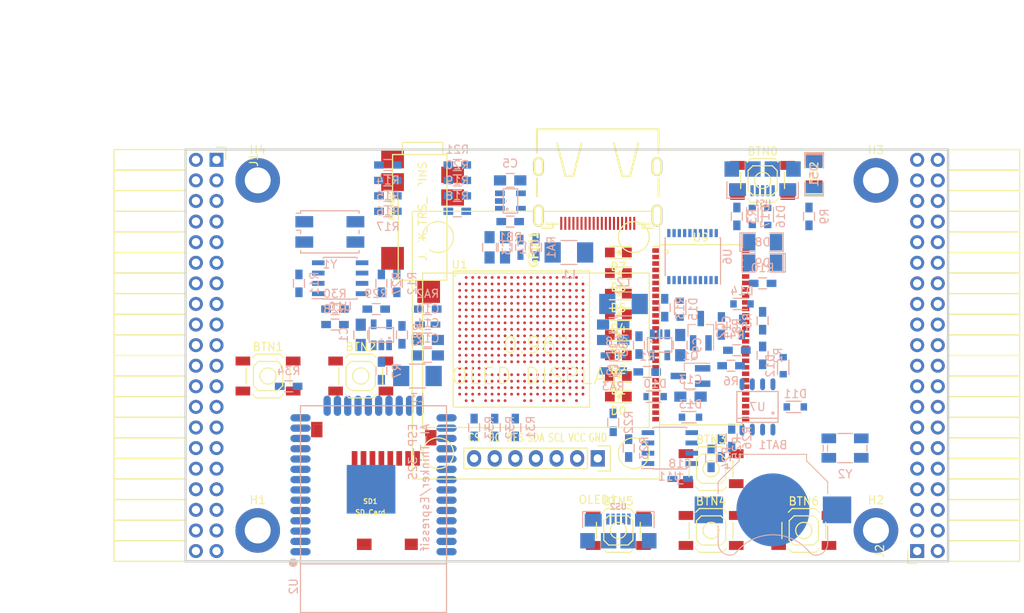
<source format=kicad_pcb>
(kicad_pcb (version 4) (host pcbnew 4.0.5+dfsg1-4)
  (layers (0 F.Cu signal) (1 In1.Cu signal) (2 In2.Cu signal) (31 B.Cu signal) (34 B.Paste user) (35 F.Paste user) (36 B.SilkS user) (37 F.SilkS user) (38 B.Mask user) (39 F.Mask user) (44 Edge.Cuts user))
  (net 0 "")
  (net 1 GND)
  (net 2 +5V)
  (net 3 /gpio/IN5V)
  (net 4 /gpio/OUT5V)
  (net 5 +3V3)
  (net 6 "Net-(L1-Pad1)")
  (net 7 "Net-(L2-Pad1)")
  (net 8 +1V2)
  (net 9 BTN_D)
  (net 10 BTN_F1)
  (net 11 BTN_F2)
  (net 12 BTN_L)
  (net 13 BTN_R)
  (net 14 BTN_U)
  (net 15 /power/FB1)
  (net 16 +2V5)
  (net 17 "Net-(L3-Pad1)")
  (net 18 /power/PWREN)
  (net 19 /power/FB3)
  (net 20 /power/FB2)
  (net 21 "Net-(D9-Pad1)")
  (net 22 /power/VBAT)
  (net 23 SD_3)
  (net 24 JTAG_TDI)
  (net 25 JTAG_TCK)
  (net 26 JTAG_TMS)
  (net 27 JTAG_TDO)
  (net 28 /power/WAKEUPn)
  (net 29 /power/WKUP)
  (net 30 /power/SHUT)
  (net 31 /power/WAKE)
  (net 32 /power/HOLD)
  (net 33 /power/WKn)
  (net 34 /power/OSCI_32k)
  (net 35 /power/OSCO_32k)
  (net 36 FTDI_nSUSPEND)
  (net 37 USB_FTDI_DM)
  (net 38 USB_FTDI_DP)
  (net 39 "Net-(Q2-Pad3)")
  (net 40 SHUTDOWN)
  (net 41 /analog/AUDIO_L)
  (net 42 /analog/AUDIO_R)
  (net 43 GPDI_5V_SCL)
  (net 44 GPDI_5V_SDA)
  (net 45 GPDI_SDA)
  (net 46 GPDI_SCL)
  (net 47 /gpdi/VREF2)
  (net 48 /blinkey/BTNPU)
  (net 49 SD_CMD)
  (net 50 SD_CLK)
  (net 51 SD_D0)
  (net 52 SD_D1)
  (net 53 USB5V)
  (net 54 /gpio/B11)
  (net 55 /gpio/C11)
  (net 56 /gpio/A10)
  (net 57 /gpio/A11)
  (net 58 /gpio/B10)
  (net 59 /gpio/A9)
  (net 60 /gpio/C10)
  (net 61 /gpio/B9)
  (net 62 /gpio/E9)
  (net 63 /gpio/D9)
  (net 64 /gpio/A8)
  (net 65 /gpio/A7)
  (net 66 /gpio/B8)
  (net 67 /gpio/C8)
  (net 68 /gpio/D8)
  (net 69 /gpio/E8)
  (net 70 /gpio/C7)
  (net 71 /gpio/C6)
  (net 72 /gpio/D7)
  (net 73 /gpio/E7)
  (net 74 /gpio/D6)
  (net 75 /gpio/E6)
  (net 76 /gpio/B6)
  (net 77 /gpio/A6)
  (net 78 /gpio/A19)
  (net 79 /gpio/B20)
  (net 80 /gpio/A18)
  (net 81 /gpio/B19)
  (net 82 /gpio/A17)
  (net 83 /gpio/B18)
  (net 84 /gpio/B17)
  (net 85 /gpio/C17)
  (net 86 /gpio/C16)
  (net 87 /gpio/D16)
  (net 88 /gpio/A16)
  (net 89 /gpio/B16)
  (net 90 /gpio/D15)
  (net 91 /gpio/E15)
  (net 92 /gpio/B15)
  (net 93 /gpio/C15)
  (net 94 /gpio/D14)
  (net 95 /gpio/E14)
  (net 96 /gpio/A14)
  (net 97 /gpio/C14)
  (net 98 /gpio/D13)
  (net 99 /gpio/E13)
  (net 100 /gpio/B13)
  (net 101 /gpio/C13)
  (net 102 /gpio/A12)
  (net 103 /gpio/A13)
  (net 104 /gpio/D12)
  (net 105 /gpio/E12)
  (net 106 /gpio/B12)
  (net 107 /gpio/C12)
  (net 108 /gpio/D11)
  (net 109 /gpio/E11)
  (net 110 "Net-(BTN0-Pad1)")
  (net 111 LED0)
  (net 112 LED1)
  (net 113 LED2)
  (net 114 LED3)
  (net 115 LED4)
  (net 116 LED5)
  (net 117 LED6)
  (net 118 LED7)
  (net 119 BTN_PWRn)
  (net 120 GPDI_ETH_N)
  (net 121 GPDI_ETH_P)
  (net 122 GPDI_D2_P)
  (net 123 GPDI_D2_N)
  (net 124 GPDI_D1_P)
  (net 125 GPDI_D1_N)
  (net 126 GPDI_D0_P)
  (net 127 GPDI_D0_N)
  (net 128 GPDI_CLK_P)
  (net 129 GPDI_CLK_N)
  (net 130 GPDI_CEC)
  (net 131 nRESET)
  (net 132 /usb/FT3V3)
  (net 133 FTDI_nDTR)
  (net 134 SDRAM_CKE)
  (net 135 SDRAM_A7)
  (net 136 SDRAM_D15)
  (net 137 SDRAM_BA1)
  (net 138 SDRAM_D7)
  (net 139 SDRAM_A6)
  (net 140 SDRAM_CLK)
  (net 141 SDRAM_D13)
  (net 142 SDRAM_BA0)
  (net 143 SDRAM_D6)
  (net 144 SDRAM_A5)
  (net 145 SDRAM_D14)
  (net 146 SDRAM_A11)
  (net 147 SDRAM_D12)
  (net 148 SDRAM_D5)
  (net 149 SDRAM_A4)
  (net 150 SDRAM_A10)
  (net 151 SDRAM_D11)
  (net 152 SDRAM_A3)
  (net 153 SDRAM_D4)
  (net 154 SDRAM_D10)
  (net 155 SDRAM_D9)
  (net 156 SDRAM_A9)
  (net 157 SDRAM_D3)
  (net 158 SDRAM_D8)
  (net 159 SDRAM_A8)
  (net 160 SDRAM_A2)
  (net 161 SDRAM_A1)
  (net 162 SDRAM_A0)
  (net 163 SDRAM_D2)
  (net 164 SDRAM_D1)
  (net 165 SDRAM_D0)
  (net 166 SDRAM_DQM0)
  (net 167 SDRAM_nCS)
  (net 168 SDRAM_nRAS)
  (net 169 SDRAM_DQM1)
  (net 170 SDRAM_nCAS)
  (net 171 SDRAM_nWE)
  (net 172 /flash/FLASH_nWP)
  (net 173 /flash/FLASH_nHOLD)
  (net 174 /flash/FLASH_MOSI)
  (net 175 /flash/FLASH_MISO)
  (net 176 /flash/FLASH_SCK)
  (net 177 /flash/FLASH_nCS)
  (net 178 /flash/FPGA_PROGRAMN)
  (net 179 /flash/FPGA_DONE)
  (net 180 /flash/FPGA_INITN)
  (net 181 OLED_MOSI)
  (net 182 OLED_RES)
  (net 183 OLED_DC)
  (net 184 OLED_CS)
  (net 185 AUDIO_L3)
  (net 186 AUDIO_L2)
  (net 187 AUDIO_L1)
  (net 188 AUDIO_L0)
  (net 189 AUDIO_R3)
  (net 190 AUDIO_R2)
  (net 191 AUDIO_R1)
  (net 192 AUDIO_R0)
  (net 193 WIFI_EN)
  (net 194 FTDI_nRTS)
  (net 195 WIFI_GPIO2)
  (net 196 FTDI_TXD)
  (net 197 FTDI_RXD)
  (net 198 WIFI_RXD)
  (net 199 WIFI_GPIO0)
  (net 200 FTDI_nCTS)
  (net 201 WIFI_TXD)
  (net 202 FTDI_nRI)
  (net 203 FTDI_nDCD)
  (net 204 WIFI_GPIO15)
  (net 205 /gpdi/CLK_25MHz)
  (module Keystone_3000_1x12mm-CoinCell:Keystone_3000_1x12mm-CoinCell (layer B.Cu) (at 166.49 105.87 180)
    (fp_text reference BAT1 (at 0 8 180) (layer B.SilkS) (effects (justify mirror)))
    (fp_text value CR1225)
    (pad 1 smd rect (at -7.9 0 180) (size 3.5 3.3) (layers B.Cu B.Paste B.Mask) (net 22 /power/VBAT))
    (pad 1 smd rect (at 7.9 0 180) (size 3.5 3.3) (layers B.Cu B.Paste B.Mask) (net 22 /power/VBAT))
    (pad 2 smd circle (at 0 0 180) (size 9 9) (layers B.Cu B.Mask) (net 1 GND))
  )
  (module SMD_Packages:SMD-1206_Pol (layer F.Cu) (at 171.57 64.341 90)
    (fp_text reference D52 (at 0 0 90) (layer F.SilkS))
    (fp_text value 2A)
    (pad 1 smd rect (at -1.651 0 90) (size 1.524 2.032) (layers F.Cu F.Paste F.Mask) (net 4 /gpio/OUT5V))
    (pad 2 smd rect (at 1.651 0 90) (size 1.524 2.032) (layers F.Cu F.Paste F.Mask) (net 2 +5V))
  )
  (module SMD_Packages:SMD-1206_Pol (layer B.Cu) (at 171.57 64.595 270)
    (fp_text reference D51 (at 0 0 270) (layer B.SilkS) (effects (justify mirror)))
    (fp_text value 2A)
    (pad 1 smd rect (at -1.651 0 270) (size 1.524 2.032) (layers B.Cu B.Paste B.Mask) (net 2 +5V))
    (pad 2 smd rect (at 1.651 0 270) (size 1.524 2.032) (layers B.Cu B.Paste B.Mask) (net 3 /gpio/IN5V))
  )
  (module micro-sd:MicroSD_TF02D (layer F.Cu) (at 116.87 110.52 180)
    (fp_text reference SD1 (at 0 5.7 180) (layer F.SilkS) (effects (font (size 0.59944 0.59944) (thickness 0.12446))))
    (fp_text value SD_Card (at 0 4.35 180) (layer F.SilkS) (effects (font (size 0.59944 0.59944) (thickness 0.12446))))
    (pad 1 smd rect (at 1.94 11 180) (size 0.7 1.8) (layers F.Cu F.Paste F.Mask) (net 23 SD_3))
    (pad 2 smd rect (at 0.84 11 180) (size 0.7 1.8) (layers F.Cu F.Paste F.Mask) (net 49 SD_CMD))
    (pad 3 smd rect (at -0.26 11 180) (size 0.7 1.8) (layers F.Cu F.Paste F.Mask) (net 1 GND))
    (pad 4 smd rect (at -1.36 11 180) (size 0.7 1.8) (layers F.Cu F.Paste F.Mask) (net 5 +3V3))
    (pad 5 smd rect (at -2.46 11 180) (size 0.7 1.8) (layers F.Cu F.Paste F.Mask) (net 50 SD_CLK))
    (pad 6 smd rect (at -3.56 11 180) (size 0.7 1.8) (layers F.Cu F.Paste F.Mask) (net 1 GND))
    (pad 7 smd rect (at -4.66 11 180) (size 0.7 1.8) (layers F.Cu F.Paste F.Mask) (net 51 SD_D0))
    (pad 8 smd rect (at -5.76 11 180) (size 0.7 1.8) (layers F.Cu F.Paste F.Mask) (net 52 SD_D1))
    (pad S smd rect (at -5.05 0.4 180) (size 1.6 1.4) (layers F.Cu F.Paste F.Mask))
    (pad S smd rect (at 0.75 0.4 180) (size 1.8 1.4) (layers F.Cu F.Paste F.Mask))
    (pad G smd rect (at -7.45 13.55 180) (size 1.4 1.9) (layers F.Cu F.Paste F.Mask))
    (pad G smd rect (at 6.6 14.55 180) (size 1.4 1.9) (layers F.Cu F.Paste F.Mask))
  )
  (module Resistors_SMD:R_1210_HandSoldering (layer B.Cu) (at 141.344 74.12)
    (fp_text reference L1 (at 0 2.7) (layer B.SilkS) (effects (justify mirror)))
    (fp_text value 2.2uH)
    (pad 1 smd rect (at -2 0) (size 2 2.5) (layers B.Cu B.Paste B.Mask) (net 6 "Net-(L1-Pad1)"))
    (pad 2 smd rect (at 2 0) (size 2 2.5) (layers B.Cu B.Paste B.Mask) (net 8 +1V2))
  )
  (module TSOT-25:TSOT-25 (layer B.Cu) (at 134.135 67.77 90)
    (fp_text reference U3 (at 0 -0.5 90) (layer B.SilkS) (effects (font (size 0.15 0.15) (thickness 0.0375)) (justify mirror)))
    (fp_text value AP3429A)
    (pad 1 smd rect (at -0.95 -1.3 90) (size 0.7 1.2) (layers B.Cu B.Paste B.Mask) (net 18 /power/PWREN))
    (pad 2 smd rect (at 0 -1.3 90) (size 0.7 1.2) (layers B.Cu B.Paste B.Mask) (net 1 GND))
    (pad 3 smd rect (at 0.95 -1.3 90) (size 0.7 1.2) (layers B.Cu B.Paste B.Mask) (net 6 "Net-(L1-Pad1)"))
    (pad 4 smd rect (at 0.95 1.3 90) (size 0.7 1.2) (layers B.Cu B.Paste B.Mask) (net 2 +5V))
    (pad 5 smd rect (at -0.95 1.3 90) (size 0.7 1.2) (layers B.Cu B.Paste B.Mask) (net 15 /power/FB1))
  )
  (module Resistors_SMD:R_1210_HandSoldering (layer B.Cu) (at 148.075 80.47 180)
    (fp_text reference L2 (at 0 2.7 180) (layer B.SilkS) (effects (justify mirror)))
    (fp_text value 2.2uH)
    (pad 1 smd rect (at -2 0 180) (size 2 2.5) (layers B.Cu B.Paste B.Mask) (net 7 "Net-(L2-Pad1)"))
    (pad 2 smd rect (at 2 0 180) (size 2 2.5) (layers B.Cu B.Paste B.Mask) (net 5 +3V3))
  )
  (module TSOT-25:TSOT-25 (layer B.Cu) (at 152.52 85.52)
    (fp_text reference U4 (at 0 -0.5) (layer B.SilkS) (effects (font (size 0.15 0.15) (thickness 0.0375)) (justify mirror)))
    (fp_text value AP3429A)
    (pad 1 smd rect (at -0.95 -1.3) (size 0.7 1.2) (layers B.Cu B.Paste B.Mask) (net 18 /power/PWREN))
    (pad 2 smd rect (at 0 -1.3) (size 0.7 1.2) (layers B.Cu B.Paste B.Mask) (net 1 GND))
    (pad 3 smd rect (at 0.95 -1.3) (size 0.7 1.2) (layers B.Cu B.Paste B.Mask) (net 7 "Net-(L2-Pad1)"))
    (pad 4 smd rect (at 0.95 1.3) (size 0.7 1.2) (layers B.Cu B.Paste B.Mask) (net 2 +5V))
    (pad 5 smd rect (at -0.95 1.3) (size 0.7 1.2) (layers B.Cu B.Paste B.Mask) (net 19 /power/FB3))
  )
  (module Buttons_Switches_SMD:SW_SPST_SKQG (layer F.Cu) (at 104.26 89.36)
    (fp_text reference BTN1 (at 0 -3.6) (layer F.SilkS))
    (fp_text value FIRE1)
    (pad 1 smd rect (at -3.1 -1.85) (size 1.8 1.1) (layers F.Cu F.Paste F.Mask) (net 48 /blinkey/BTNPU))
    (pad 1 smd rect (at 3.1 -1.85) (size 1.8 1.1) (layers F.Cu F.Paste F.Mask) (net 48 /blinkey/BTNPU))
    (pad 2 smd rect (at -3.1 1.85) (size 1.8 1.1) (layers F.Cu F.Paste F.Mask) (net 10 BTN_F1))
    (pad 2 smd rect (at 3.1 1.85) (size 1.8 1.1) (layers F.Cu F.Paste F.Mask) (net 10 BTN_F1))
  )
  (module Buttons_Switches_SMD:SW_SPST_SKQG (layer F.Cu) (at 115.69 89.36)
    (fp_text reference BTN2 (at 0 -3.6) (layer F.SilkS))
    (fp_text value FIRE2)
    (pad 1 smd rect (at -3.1 -1.85) (size 1.8 1.1) (layers F.Cu F.Paste F.Mask) (net 48 /blinkey/BTNPU))
    (pad 1 smd rect (at 3.1 -1.85) (size 1.8 1.1) (layers F.Cu F.Paste F.Mask) (net 48 /blinkey/BTNPU))
    (pad 2 smd rect (at -3.1 1.85) (size 1.8 1.1) (layers F.Cu F.Paste F.Mask) (net 11 BTN_F2))
    (pad 2 smd rect (at 3.1 1.85) (size 1.8 1.1) (layers F.Cu F.Paste F.Mask) (net 11 BTN_F2))
  )
  (module Buttons_Switches_SMD:SW_SPST_SKQG (layer F.Cu) (at 158.87 100.79)
    (fp_text reference BTN3 (at 0 -3.6) (layer F.SilkS))
    (fp_text value UP)
    (pad 1 smd rect (at -3.1 -1.85) (size 1.8 1.1) (layers F.Cu F.Paste F.Mask) (net 48 /blinkey/BTNPU))
    (pad 1 smd rect (at 3.1 -1.85) (size 1.8 1.1) (layers F.Cu F.Paste F.Mask) (net 48 /blinkey/BTNPU))
    (pad 2 smd rect (at -3.1 1.85) (size 1.8 1.1) (layers F.Cu F.Paste F.Mask) (net 14 BTN_U))
    (pad 2 smd rect (at 3.1 1.85) (size 1.8 1.1) (layers F.Cu F.Paste F.Mask) (net 14 BTN_U))
  )
  (module Buttons_Switches_SMD:SW_SPST_SKQG (layer F.Cu) (at 158.87 108.41)
    (fp_text reference BTN4 (at 0 -3.6) (layer F.SilkS))
    (fp_text value DOWN)
    (pad 1 smd rect (at -3.1 -1.85) (size 1.8 1.1) (layers F.Cu F.Paste F.Mask) (net 48 /blinkey/BTNPU))
    (pad 1 smd rect (at 3.1 -1.85) (size 1.8 1.1) (layers F.Cu F.Paste F.Mask) (net 48 /blinkey/BTNPU))
    (pad 2 smd rect (at -3.1 1.85) (size 1.8 1.1) (layers F.Cu F.Paste F.Mask) (net 9 BTN_D))
    (pad 2 smd rect (at 3.1 1.85) (size 1.8 1.1) (layers F.Cu F.Paste F.Mask) (net 9 BTN_D))
  )
  (module Buttons_Switches_SMD:SW_SPST_SKQG (layer F.Cu) (at 147.44 108.41)
    (fp_text reference BTN5 (at 0 -3.6) (layer F.SilkS))
    (fp_text value LEFT)
    (pad 1 smd rect (at -3.1 -1.85) (size 1.8 1.1) (layers F.Cu F.Paste F.Mask) (net 48 /blinkey/BTNPU))
    (pad 1 smd rect (at 3.1 -1.85) (size 1.8 1.1) (layers F.Cu F.Paste F.Mask) (net 48 /blinkey/BTNPU))
    (pad 2 smd rect (at -3.1 1.85) (size 1.8 1.1) (layers F.Cu F.Paste F.Mask) (net 12 BTN_L))
    (pad 2 smd rect (at 3.1 1.85) (size 1.8 1.1) (layers F.Cu F.Paste F.Mask) (net 12 BTN_L))
  )
  (module Buttons_Switches_SMD:SW_SPST_SKQG (layer F.Cu) (at 170.3 108.41)
    (fp_text reference BTN6 (at 0 -3.6) (layer F.SilkS))
    (fp_text value RIGHT)
    (pad 1 smd rect (at -3.1 -1.85) (size 1.8 1.1) (layers F.Cu F.Paste F.Mask) (net 48 /blinkey/BTNPU))
    (pad 1 smd rect (at 3.1 -1.85) (size 1.8 1.1) (layers F.Cu F.Paste F.Mask) (net 48 /blinkey/BTNPU))
    (pad 2 smd rect (at -3.1 1.85) (size 1.8 1.1) (layers F.Cu F.Paste F.Mask) (net 13 BTN_R))
    (pad 2 smd rect (at 3.1 1.85) (size 1.8 1.1) (layers F.Cu F.Paste F.Mask) (net 13 BTN_R))
  )
  (module LEDs:LED_0805 (layer F.Cu) (at 147.44 91.9 180)
    (fp_text reference D0 (at 0 -1.75 180) (layer F.SilkS))
    (fp_text value LED)
    (pad 2 smd rect (at 1.04902 0) (size 1.19888 1.19888) (layers F.Cu F.Paste F.Mask) (net 111 LED0))
    (pad 1 smd rect (at -1.04902 0) (size 1.19888 1.19888) (layers F.Cu F.Paste F.Mask) (net 1 GND))
  )
  (module LEDs:LED_0805 (layer F.Cu) (at 147.44 89.36 180)
    (fp_text reference D1 (at 0 -1.75 180) (layer F.SilkS))
    (fp_text value LED)
    (pad 2 smd rect (at 1.04902 0) (size 1.19888 1.19888) (layers F.Cu F.Paste F.Mask) (net 112 LED1))
    (pad 1 smd rect (at -1.04902 0) (size 1.19888 1.19888) (layers F.Cu F.Paste F.Mask) (net 1 GND))
  )
  (module LEDs:LED_0805 (layer F.Cu) (at 147.44 86.82 180)
    (fp_text reference D2 (at 0 -1.75 180) (layer F.SilkS))
    (fp_text value LED)
    (pad 2 smd rect (at 1.04902 0) (size 1.19888 1.19888) (layers F.Cu F.Paste F.Mask) (net 113 LED2))
    (pad 1 smd rect (at -1.04902 0) (size 1.19888 1.19888) (layers F.Cu F.Paste F.Mask) (net 1 GND))
  )
  (module LEDs:LED_0805 (layer F.Cu) (at 147.44 84.28 180)
    (fp_text reference D3 (at 0 -1.75 180) (layer F.SilkS))
    (fp_text value LED)
    (pad 2 smd rect (at 1.04902 0) (size 1.19888 1.19888) (layers F.Cu F.Paste F.Mask) (net 114 LED3))
    (pad 1 smd rect (at -1.04902 0) (size 1.19888 1.19888) (layers F.Cu F.Paste F.Mask) (net 1 GND))
  )
  (module LEDs:LED_0805 (layer F.Cu) (at 147.44 81.74 180)
    (fp_text reference D4 (at 0 -1.75 180) (layer F.SilkS))
    (fp_text value LED)
    (pad 2 smd rect (at 1.04902 0) (size 1.19888 1.19888) (layers F.Cu F.Paste F.Mask) (net 115 LED4))
    (pad 1 smd rect (at -1.04902 0) (size 1.19888 1.19888) (layers F.Cu F.Paste F.Mask) (net 1 GND))
  )
  (module LEDs:LED_0805 (layer F.Cu) (at 147.44 79.2 180)
    (fp_text reference D5 (at 0 -1.75 180) (layer F.SilkS))
    (fp_text value LED)
    (pad 2 smd rect (at 1.04902 0) (size 1.19888 1.19888) (layers F.Cu F.Paste F.Mask) (net 116 LED5))
    (pad 1 smd rect (at -1.04902 0) (size 1.19888 1.19888) (layers F.Cu F.Paste F.Mask) (net 1 GND))
  )
  (module LEDs:LED_0805 (layer F.Cu) (at 147.44 76.66 180)
    (fp_text reference D6 (at 0 -1.75 180) (layer F.SilkS))
    (fp_text value LED)
    (pad 2 smd rect (at 1.04902 0) (size 1.19888 1.19888) (layers F.Cu F.Paste F.Mask) (net 117 LED6))
    (pad 1 smd rect (at -1.04902 0) (size 1.19888 1.19888) (layers F.Cu F.Paste F.Mask) (net 1 GND))
  )
  (module LEDs:LED_0805 (layer F.Cu) (at 147.44 74.12 180)
    (fp_text reference D7 (at 0 -1.75 180) (layer F.SilkS))
    (fp_text value LED)
    (pad 2 smd rect (at 1.04902 0) (size 1.19888 1.19888) (layers F.Cu F.Paste F.Mask) (net 118 LED7))
    (pad 1 smd rect (at -1.04902 0) (size 1.19888 1.19888) (layers F.Cu F.Paste F.Mask) (net 1 GND))
  )
  (module Resistors_SMD:R_1210_HandSoldering (layer B.Cu) (at 122.675 89.36)
    (fp_text reference L3 (at 0 2.7) (layer B.SilkS) (effects (justify mirror)))
    (fp_text value 2.2uH)
    (pad 1 smd rect (at -2 0) (size 2 2.5) (layers B.Cu B.Paste B.Mask) (net 17 "Net-(L3-Pad1)"))
    (pad 2 smd rect (at 2 0) (size 2 2.5) (layers B.Cu B.Paste B.Mask) (net 16 +2V5))
  )
  (module TSOT-25:TSOT-25 (layer B.Cu) (at 118.23 84.28 180)
    (fp_text reference U5 (at 0 -0.5 180) (layer B.SilkS) (effects (font (size 0.15 0.15) (thickness 0.0375)) (justify mirror)))
    (fp_text value AP3429A)
    (pad 1 smd rect (at -0.95 -1.3 180) (size 0.7 1.2) (layers B.Cu B.Paste B.Mask) (net 18 /power/PWREN))
    (pad 2 smd rect (at 0 -1.3 180) (size 0.7 1.2) (layers B.Cu B.Paste B.Mask) (net 1 GND))
    (pad 3 smd rect (at 0.95 -1.3 180) (size 0.7 1.2) (layers B.Cu B.Paste B.Mask) (net 17 "Net-(L3-Pad1)"))
    (pad 4 smd rect (at 0.95 1.3 180) (size 0.7 1.2) (layers B.Cu B.Paste B.Mask) (net 2 +5V))
    (pad 5 smd rect (at -0.95 1.3 180) (size 0.7 1.2) (layers B.Cu B.Paste B.Mask) (net 20 /power/FB2))
  )
  (module Capacitors_SMD:C_0805_HandSoldering (layer B.Cu) (at 115.69 84.28 270)
    (fp_text reference C1 (at 0 2.1 270) (layer B.SilkS) (effects (justify mirror)))
    (fp_text value 22uF)
    (pad 1 smd rect (at -1.25 0 270) (size 1.5 1.25) (layers B.Cu B.Paste B.Mask) (net 2 +5V))
    (pad 2 smd rect (at 1.25 0 270) (size 1.5 1.25) (layers B.Cu B.Paste B.Mask) (net 1 GND))
  )
  (module Capacitors_SMD:C_0805_HandSoldering (layer B.Cu) (at 131.565 73.485 90)
    (fp_text reference C3 (at 0 2.1 90) (layer B.SilkS) (effects (justify mirror)))
    (fp_text value 22uF)
    (pad 1 smd rect (at -1.25 0 90) (size 1.5 1.25) (layers B.Cu B.Paste B.Mask) (net 8 +1V2))
    (pad 2 smd rect (at 1.25 0 90) (size 1.5 1.25) (layers B.Cu B.Paste B.Mask) (net 1 GND))
  )
  (module Capacitors_SMD:C_0805_HandSoldering (layer B.Cu) (at 133.47 73.485 90)
    (fp_text reference C4 (at 0 2.1 90) (layer B.SilkS) (effects (justify mirror)))
    (fp_text value 22uF)
    (pad 1 smd rect (at -1.25 0 90) (size 1.5 1.25) (layers B.Cu B.Paste B.Mask) (net 8 +1V2))
    (pad 2 smd rect (at 1.25 0 90) (size 1.5 1.25) (layers B.Cu B.Paste B.Mask) (net 1 GND))
  )
  (module Capacitors_SMD:C_0805_HandSoldering (layer B.Cu) (at 134.105 65.23 180)
    (fp_text reference C5 (at 0 2.1 180) (layer B.SilkS) (effects (justify mirror)))
    (fp_text value 22uF)
    (pad 1 smd rect (at -1.25 0 180) (size 1.5 1.25) (layers B.Cu B.Paste B.Mask) (net 2 +5V))
    (pad 2 smd rect (at 1.25 0 180) (size 1.5 1.25) (layers B.Cu B.Paste B.Mask) (net 1 GND))
  )
  (module Capacitors_SMD:C_0805_HandSoldering (layer B.Cu) (at 146.805 84.915)
    (fp_text reference C7 (at 0 2.1) (layer B.SilkS) (effects (justify mirror)))
    (fp_text value 22uF)
    (pad 1 smd rect (at -1.25 0) (size 1.5 1.25) (layers B.Cu B.Paste B.Mask) (net 5 +3V3))
    (pad 2 smd rect (at 1.25 0) (size 1.5 1.25) (layers B.Cu B.Paste B.Mask) (net 1 GND))
  )
  (module Capacitors_SMD:C_0805_HandSoldering (layer B.Cu) (at 146.805 83.01)
    (fp_text reference C8 (at 0 2.1) (layer B.SilkS) (effects (justify mirror)))
    (fp_text value 22uF)
    (pad 1 smd rect (at -1.25 0) (size 1.5 1.25) (layers B.Cu B.Paste B.Mask) (net 5 +3V3))
    (pad 2 smd rect (at 1.25 0) (size 1.5 1.25) (layers B.Cu B.Paste B.Mask) (net 1 GND))
  )
  (module Capacitors_SMD:C_0805_HandSoldering (layer B.Cu) (at 155.06 85.55 90)
    (fp_text reference C9 (at 0 2.1 90) (layer B.SilkS) (effects (justify mirror)))
    (fp_text value 22uF)
    (pad 1 smd rect (at -1.25 0 90) (size 1.5 1.25) (layers B.Cu B.Paste B.Mask) (net 2 +5V))
    (pad 2 smd rect (at 1.25 0 90) (size 1.5 1.25) (layers B.Cu B.Paste B.Mask) (net 1 GND))
  )
  (module Capacitors_SMD:C_0805_HandSoldering (layer B.Cu) (at 123.945 84.915 180)
    (fp_text reference C11 (at 0 2.1 180) (layer B.SilkS) (effects (justify mirror)))
    (fp_text value 22uF)
    (pad 1 smd rect (at -1.25 0 180) (size 1.5 1.25) (layers B.Cu B.Paste B.Mask) (net 16 +2V5))
    (pad 2 smd rect (at 1.25 0 180) (size 1.5 1.25) (layers B.Cu B.Paste B.Mask) (net 1 GND))
  )
  (module Capacitors_SMD:C_0805_HandSoldering (layer B.Cu) (at 123.945 86.82 180)
    (fp_text reference C12 (at 0 2.1 180) (layer B.SilkS) (effects (justify mirror)))
    (fp_text value 22uF)
    (pad 1 smd rect (at -1.25 0 180) (size 1.5 1.25) (layers B.Cu B.Paste B.Mask) (net 16 +2V5))
    (pad 2 smd rect (at 1.25 0 180) (size 1.5 1.25) (layers B.Cu B.Paste B.Mask) (net 1 GND))
  )
  (module SMD_Packages:SMD-1206_Pol (layer B.Cu) (at 165.22 72.85)
    (fp_text reference D8 (at 0 0) (layer B.SilkS) (effects (justify mirror)))
    (fp_text value 2A)
    (pad 1 smd rect (at -1.651 0) (size 1.524 2.032) (layers B.Cu B.Paste B.Mask) (net 2 +5V))
    (pad 2 smd rect (at 1.651 0) (size 1.524 2.032) (layers B.Cu B.Paste B.Mask) (net 53 USB5V))
  )
  (module SMD_Packages:SMD-1206_Pol (layer B.Cu) (at 165.22 75.39 180)
    (fp_text reference D9 (at 0 0 180) (layer B.SilkS) (effects (justify mirror)))
    (fp_text value 2A)
    (pad 1 smd rect (at -1.651 0 180) (size 1.524 2.032) (layers B.Cu B.Paste B.Mask) (net 21 "Net-(D9-Pad1)"))
    (pad 2 smd rect (at 1.651 0 180) (size 1.524 2.032) (layers B.Cu B.Paste B.Mask) (net 2 +5V))
  )
  (module Power_Integrations:SO-8 (layer B.Cu) (at 164.585 93.17 180)
    (fp_text reference U7 (at 0 0 180) (layer B.SilkS) (effects (justify mirror)))
    (fp_text value PCF8523)
    (pad 1 smd oval (at -1.905 -2.794 180) (size 0.6096 1.4732) (layers B.Cu B.Paste B.Mask) (net 34 /power/OSCI_32k))
    (pad 2 smd oval (at -0.635 -2.794 180) (size 0.6096 1.4732) (layers B.Cu B.Paste B.Mask) (net 35 /power/OSCO_32k))
    (pad 3 smd oval (at 0.635 -2.794 180) (size 0.6096 1.4732) (layers B.Cu B.Paste B.Mask) (net 22 /power/VBAT))
    (pad 4 smd oval (at 1.905 -2.794 180) (size 0.6096 1.4732) (layers B.Cu B.Paste B.Mask) (net 1 GND))
    (pad 5 smd oval (at 1.905 2.794 180) (size 0.6096 1.4732) (layers B.Cu B.Paste B.Mask))
    (pad 6 smd oval (at 0.635 2.794 180) (size 0.6096 1.4732) (layers B.Cu B.Paste B.Mask))
    (pad 7 smd oval (at -0.635 2.794 180) (size 0.6096 1.4732) (layers B.Cu B.Paste B.Mask) (net 28 /power/WAKEUPn))
    (pad 8 smd oval (at -1.905 2.794 180) (size 0.6096 1.4732) (layers B.Cu B.Paste B.Mask) (net 16 +2V5))
  )
  (module Capacitors_SMD:C_0805_HandSoldering (layer B.Cu) (at 156.33 91.9 180)
    (fp_text reference C13 (at 0 2.1 180) (layer B.SilkS) (effects (justify mirror)))
    (fp_text value 2.2uF)
    (pad 1 smd rect (at -1.25 0 180) (size 1.5 1.25) (layers B.Cu B.Paste B.Mask) (net 2 +5V))
    (pad 2 smd rect (at 1.25 0 180) (size 1.5 1.25) (layers B.Cu B.Paste B.Mask) (net 29 /power/WKUP))
  )
  (module Diodes_SMD:D_0805 (layer B.Cu) (at 151.978 91.9)
    (fp_text reference D10 (at 0 -1.6) (layer B.SilkS) (effects (justify mirror)))
    (fp_text value 1N4148)
    (pad 1 smd rect (at -1.05 0) (size 0.8 0.9) (layers B.Cu B.Paste B.Mask) (net 31 /power/WAKE))
    (pad 2 smd rect (at 1.05 0) (size 0.8 0.9) (layers B.Cu B.Paste B.Mask) (net 29 /power/WKUP))
  )
  (module Diodes_SMD:D_0805 (layer B.Cu) (at 169.25 93.17)
    (fp_text reference D11 (at 0 -1.6) (layer B.SilkS) (effects (justify mirror)))
    (fp_text value 1N4148)
    (pad 1 smd rect (at -1.05 0) (size 0.8 0.9) (layers B.Cu B.Paste B.Mask) (net 32 /power/HOLD))
    (pad 2 smd rect (at 1.05 0) (size 0.8 0.9) (layers B.Cu B.Paste B.Mask) (net 5 +3V3))
  )
  (module Diodes_SMD:D_0805 (layer B.Cu) (at 155.06 81.105 270)
    (fp_text reference D15 (at 0 -1.6 270) (layer B.SilkS) (effects (justify mirror)))
    (fp_text value BAT42)
    (pad 1 smd rect (at -1.05 0 270) (size 0.8 0.9) (layers B.Cu B.Paste B.Mask) (net 30 /power/SHUT))
    (pad 2 smd rect (at 1.05 0 270) (size 0.8 0.9) (layers B.Cu B.Paste B.Mask) (net 40 SHUTDOWN))
  )
  (module Diodes_SMD:D_0805 (layer B.Cu) (at 167.76 88.09 90)
    (fp_text reference D12 (at 0 -1.6 90) (layer B.SilkS) (effects (justify mirror)))
    (fp_text value 1N4148)
    (pad 1 smd rect (at -1.05 0 90) (size 0.8 0.9) (layers B.Cu B.Paste B.Mask) (net 18 /power/PWREN))
    (pad 2 smd rect (at 1.05 0 90) (size 0.8 0.9) (layers B.Cu B.Paste B.Mask) (net 36 FTDI_nSUSPEND))
  )
  (module usb_otg:USB-MICRO-B-FCI-10118192-0001LF (layer B.Cu) (at 165.22 63.825)
    (fp_text reference US1 (at 0 4.2) (layer B.SilkS) (effects (font (size 0.7 0.7)) (justify mirror)))
    (fp_text value USB_FTDI hide)
    (pad 6 smd rect (at -3.1 2.55) (size 2.1 1.6) (layers B.Cu B.Paste B.Mask) (net 1 GND))
    (pad 6 smd rect (at 3.1 2.55) (size 2.1 1.6) (layers B.Cu B.Paste B.Mask) (net 1 GND))
    (pad "" smd rect (at -1.2 0) (size 1.9 1.9) (layers B.Cu B.Paste B.Mask))
    (pad "" smd rect (at 1.2 0) (size 1.9 1.9) (layers B.Cu B.Paste B.Mask))
    (pad 1 smd rect (at -1.3 2.675) (size 0.4 1.35) (layers B.Cu B.Paste B.Mask) (net 53 USB5V))
    (pad 2 smd rect (at -0.65 2.675) (size 0.4 1.35) (layers B.Cu B.Paste B.Mask) (net 37 USB_FTDI_DM))
    (pad 3 smd rect (at 0 2.675) (size 0.4 1.35) (layers B.Cu B.Paste B.Mask) (net 38 USB_FTDI_DP))
    (pad 4 smd rect (at 0.65 2.675) (size 0.4 1.35) (layers B.Cu B.Paste B.Mask))
    (pad 5 smd rect (at 1.3 2.675) (size 0.4 1.35) (layers B.Cu B.Paste B.Mask) (net 1 GND))
    (pad "" smd rect (at -3.8 0) (size 1.8 1.9) (layers B.Cu B.Paste B.Mask))
    (pad "" smd rect (at 3.8 0) (size 1.8 1.9) (layers B.Cu B.Paste B.Mask))
  )
  (module usb_otg:USB-MICRO-B-FCI-10118192-0001LF (layer B.Cu) (at 147.44 109.68 180)
    (fp_text reference US2 (at 0 4.2 180) (layer B.SilkS) (effects (font (size 0.7 0.7)) (justify mirror)))
    (fp_text value USB_FPGA hide)
    (pad 6 smd rect (at -3.1 2.55 180) (size 2.1 1.6) (layers B.Cu B.Paste B.Mask) (net 1 GND))
    (pad 6 smd rect (at 3.1 2.55 180) (size 2.1 1.6) (layers B.Cu B.Paste B.Mask) (net 1 GND))
    (pad "" smd rect (at -1.2 0 180) (size 1.9 1.9) (layers B.Cu B.Paste B.Mask))
    (pad "" smd rect (at 1.2 0 180) (size 1.9 1.9) (layers B.Cu B.Paste B.Mask))
    (pad 1 smd rect (at -1.3 2.675 180) (size 0.4 1.35) (layers B.Cu B.Paste B.Mask) (net 21 "Net-(D9-Pad1)"))
    (pad 2 smd rect (at -0.65 2.675 180) (size 0.4 1.35) (layers B.Cu B.Paste B.Mask))
    (pad 3 smd rect (at 0 2.675 180) (size 0.4 1.35) (layers B.Cu B.Paste B.Mask))
    (pad 4 smd rect (at 0.65 2.675 180) (size 0.4 1.35) (layers B.Cu B.Paste B.Mask))
    (pad 5 smd rect (at 1.3 2.675 180) (size 0.4 1.35) (layers B.Cu B.Paste B.Mask) (net 1 GND))
    (pad "" smd rect (at -3.8 0 180) (size 1.8 1.9) (layers B.Cu B.Paste B.Mask))
    (pad "" smd rect (at 3.8 0 180) (size 1.8 1.9) (layers B.Cu B.Paste B.Mask))
  )
  (module audio-jack:CUI_SJ-43516-SMT (layer F.Cu) (at 123.31 69.04 270)
    (fp_text reference AUDIO1 (at -0.5 3.8 270) (layer F.SilkS) (effects (font (size 0.6096 0.6096) (thickness 0.1524))))
    (fp_text value JACK_TRS_6PINS (at 0 0 270) (layer F.SilkS))
    (pad 1 smd rect (at -6.4 3.7 270) (size 2.2 2.8) (layers F.Cu F.Paste F.Mask) (net 41 /analog/AUDIO_L))
    (pad 4 smd rect (at -3.6 3.7 270) (size 2.2 2.8) (layers F.Cu F.Paste F.Mask))
    (pad 2 smd rect (at 5.8 3.7 270) (size 2.8 2.8) (layers F.Cu F.Paste F.Mask) (net 1 GND))
    (pad 5 smd rect (at 9.9 -0.75 270) (size 2.8 2.8) (layers F.Cu F.Paste F.Mask))
    (pad 3 smd rect (at -1.7 -3.7 270) (size 2 2.8) (layers F.Cu F.Paste F.Mask) (net 42 /analog/AUDIO_R))
    (pad 6 smd rect (at -4.5 -3.7 270) (size 2 2.8) (layers F.Cu F.Paste F.Mask))
    (pad "" np_thru_hole circle (at -2.5 0 270) (size 1.7 1.7) (drill 1.7) (layers *.Cu *.Mask F.SilkS) (clearance 0.4))
    (pad "" np_thru_hole circle (at 4.5 0 270) (size 1.7 1.7) (drill 1.7) (layers *.Cu *.Mask F.SilkS) (clearance 0.4))
  )
  (module TSOP54:TSOP54 (layer F.Cu) (at 157.6 84.28)
    (fp_text reference U9 (at 0 -12) (layer F.SilkS))
    (fp_text value MT48LC16M16A2TG)
    (pad 28 smd rect (at 5.53 10.4) (size 0.9 0.56) (layers F.Cu F.Paste F.Mask) (net 1 GND))
    (pad 1 smd rect (at -5.53 -10.4) (size 0.9 0.56) (layers F.Cu F.Paste F.Mask) (net 5 +3V3))
    (pad 2 smd rect (at -5.53 -9.6) (size 0.9 0.56) (layers F.Cu F.Paste F.Mask) (net 165 SDRAM_D0))
    (pad 3 smd rect (at -5.53 -8.8) (size 0.9 0.56) (layers F.Cu F.Paste F.Mask) (net 5 +3V3))
    (pad 4 smd rect (at -5.53 -8) (size 0.9 0.56) (layers F.Cu F.Paste F.Mask) (net 164 SDRAM_D1))
    (pad 5 smd rect (at -5.53 -7.2) (size 0.9 0.56) (layers F.Cu F.Paste F.Mask) (net 163 SDRAM_D2))
    (pad 6 smd rect (at -5.53 -6.4) (size 0.9 0.56) (layers F.Cu F.Paste F.Mask) (net 1 GND))
    (pad 7 smd rect (at -5.53 -5.6) (size 0.9 0.56) (layers F.Cu F.Paste F.Mask) (net 157 SDRAM_D3))
    (pad 8 smd rect (at -5.53 -4.8) (size 0.9 0.56) (layers F.Cu F.Paste F.Mask) (net 153 SDRAM_D4))
    (pad 9 smd rect (at -5.53 -4) (size 0.9 0.56) (layers F.Cu F.Paste F.Mask) (net 5 +3V3))
    (pad 10 smd rect (at -5.53 -3.2) (size 0.9 0.56) (layers F.Cu F.Paste F.Mask) (net 148 SDRAM_D5))
    (pad 11 smd rect (at -5.53 -2.4) (size 0.9 0.56) (layers F.Cu F.Paste F.Mask) (net 143 SDRAM_D6))
    (pad 12 smd rect (at -5.53 -1.6) (size 0.9 0.56) (layers F.Cu F.Paste F.Mask) (net 1 GND))
    (pad 13 smd rect (at -5.53 -0.8) (size 0.9 0.56) (layers F.Cu F.Paste F.Mask) (net 138 SDRAM_D7))
    (pad 14 smd rect (at -5.53 0) (size 0.9 0.56) (layers F.Cu F.Paste F.Mask) (net 5 +3V3))
    (pad 15 smd rect (at -5.53 0.8) (size 0.9 0.56) (layers F.Cu F.Paste F.Mask) (net 166 SDRAM_DQM0))
    (pad 16 smd rect (at -5.53 1.6) (size 0.9 0.56) (layers F.Cu F.Paste F.Mask) (net 171 SDRAM_nWE))
    (pad 17 smd rect (at -5.53 2.4) (size 0.9 0.56) (layers F.Cu F.Paste F.Mask) (net 170 SDRAM_nCAS))
    (pad 18 smd rect (at -5.53 3.2) (size 0.9 0.56) (layers F.Cu F.Paste F.Mask) (net 168 SDRAM_nRAS))
    (pad 19 smd rect (at -5.53 4) (size 0.9 0.56) (layers F.Cu F.Paste F.Mask) (net 167 SDRAM_nCS))
    (pad 20 smd rect (at -5.53 4.8) (size 0.9 0.56) (layers F.Cu F.Paste F.Mask) (net 142 SDRAM_BA0))
    (pad 21 smd rect (at -5.53 5.6) (size 0.9 0.56) (layers F.Cu F.Paste F.Mask) (net 137 SDRAM_BA1))
    (pad 22 smd rect (at -5.53 6.4) (size 0.9 0.56) (layers F.Cu F.Paste F.Mask) (net 150 SDRAM_A10))
    (pad 23 smd rect (at -5.53 7.2) (size 0.9 0.56) (layers F.Cu F.Paste F.Mask) (net 162 SDRAM_A0))
    (pad 24 smd rect (at -5.53 8) (size 0.9 0.56) (layers F.Cu F.Paste F.Mask) (net 161 SDRAM_A1))
    (pad 25 smd rect (at -5.53 8.8) (size 0.9 0.56) (layers F.Cu F.Paste F.Mask) (net 160 SDRAM_A2))
    (pad 26 smd rect (at -5.53 9.6) (size 0.9 0.56) (layers F.Cu F.Paste F.Mask) (net 152 SDRAM_A3))
    (pad 27 smd rect (at -5.53 10.4) (size 0.9 0.56) (layers F.Cu F.Paste F.Mask) (net 5 +3V3))
    (pad 29 smd rect (at 5.53 9.6) (size 0.9 0.56) (layers F.Cu F.Paste F.Mask) (net 149 SDRAM_A4))
    (pad 30 smd rect (at 5.53 8.8) (size 0.9 0.56) (layers F.Cu F.Paste F.Mask) (net 144 SDRAM_A5))
    (pad 31 smd rect (at 5.53 8) (size 0.9 0.56) (layers F.Cu F.Paste F.Mask) (net 139 SDRAM_A6))
    (pad 32 smd rect (at 5.53 7.2) (size 0.9 0.56) (layers F.Cu F.Paste F.Mask) (net 135 SDRAM_A7))
    (pad 33 smd rect (at 5.53 6.4) (size 0.9 0.56) (layers F.Cu F.Paste F.Mask) (net 159 SDRAM_A8))
    (pad 34 smd rect (at 5.53 5.6) (size 0.9 0.56) (layers F.Cu F.Paste F.Mask) (net 156 SDRAM_A9))
    (pad 35 smd rect (at 5.53 4.8) (size 0.9 0.56) (layers F.Cu F.Paste F.Mask) (net 146 SDRAM_A11))
    (pad 36 smd rect (at 5.53 4) (size 0.9 0.56) (layers F.Cu F.Paste F.Mask))
    (pad 37 smd rect (at 5.53 3.2) (size 0.9 0.56) (layers F.Cu F.Paste F.Mask) (net 134 SDRAM_CKE))
    (pad 38 smd rect (at 5.53 2.4) (size 0.9 0.56) (layers F.Cu F.Paste F.Mask) (net 140 SDRAM_CLK))
    (pad 39 smd rect (at 5.53 1.6) (size 0.9 0.56) (layers F.Cu F.Paste F.Mask) (net 169 SDRAM_DQM1))
    (pad 40 smd rect (at 5.53 0.8) (size 0.9 0.56) (layers F.Cu F.Paste F.Mask))
    (pad 41 smd rect (at 5.53 0) (size 0.9 0.56) (layers F.Cu F.Paste F.Mask) (net 1 GND))
    (pad 42 smd rect (at 5.53 -0.8) (size 0.9 0.56) (layers F.Cu F.Paste F.Mask) (net 158 SDRAM_D8))
    (pad 43 smd rect (at 5.53 -1.6) (size 0.9 0.56) (layers F.Cu F.Paste F.Mask) (net 5 +3V3))
    (pad 44 smd rect (at 5.53 -2.4) (size 0.9 0.56) (layers F.Cu F.Paste F.Mask) (net 155 SDRAM_D9))
    (pad 45 smd rect (at 5.53 -3.2) (size 0.9 0.56) (layers F.Cu F.Paste F.Mask) (net 154 SDRAM_D10))
    (pad 46 smd rect (at 5.53 -4) (size 0.9 0.56) (layers F.Cu F.Paste F.Mask) (net 1 GND))
    (pad 47 smd rect (at 5.53 -4.8) (size 0.9 0.56) (layers F.Cu F.Paste F.Mask) (net 151 SDRAM_D11))
    (pad 48 smd rect (at 5.53 -5.6) (size 0.9 0.56) (layers F.Cu F.Paste F.Mask) (net 147 SDRAM_D12))
    (pad 49 smd rect (at 5.53 -6.4) (size 0.9 0.56) (layers F.Cu F.Paste F.Mask) (net 5 +3V3))
    (pad 50 smd rect (at 5.53 -7.2) (size 0.9 0.56) (layers F.Cu F.Paste F.Mask) (net 141 SDRAM_D13))
    (pad 51 smd rect (at 5.53 -8) (size 0.9 0.56) (layers F.Cu F.Paste F.Mask) (net 145 SDRAM_D14))
    (pad 52 smd rect (at 5.53 -8.8) (size 0.9 0.56) (layers F.Cu F.Paste F.Mask) (net 1 GND))
    (pad 53 smd rect (at 5.53 -9.6) (size 0.9 0.56) (layers F.Cu F.Paste F.Mask) (net 136 SDRAM_D15))
    (pad 54 smd rect (at 5.53 -10.4) (size 0.9 0.56) (layers F.Cu F.Paste F.Mask) (net 1 GND))
  )
  (module TO_SOT_Packages_SMD:SOT-23_Handsoldering (layer B.Cu) (at 156.33 89.36 180)
    (fp_text reference Q1 (at 0 2.5 180) (layer B.SilkS) (effects (justify mirror)))
    (fp_text value BC857)
    (pad 1 smd rect (at -1.5 0.95 180) (size 1.9 0.8) (layers B.Cu B.Paste B.Mask) (net 33 /power/WKn))
    (pad 2 smd rect (at -1.5 -0.95 180) (size 1.9 0.8) (layers B.Cu B.Paste B.Mask) (net 2 +5V))
    (pad 3 smd rect (at 1.5 0 180) (size 1.9 0.8) (layers B.Cu B.Paste B.Mask) (net 29 /power/WKUP))
  )
  (module TO_SOT_Packages_SMD:SOT-23_Handsoldering (layer B.Cu) (at 157.6 83.772 90)
    (fp_text reference Q2 (at 0 2.5 90) (layer B.SilkS) (effects (justify mirror)))
    (fp_text value 2N7002)
    (pad 1 smd rect (at -1.5 0.95 90) (size 1.9 0.8) (layers B.Cu B.Paste B.Mask) (net 30 /power/SHUT))
    (pad 2 smd rect (at -1.5 -0.95 90) (size 1.9 0.8) (layers B.Cu B.Paste B.Mask) (net 1 GND))
    (pad 3 smd rect (at 1.5 0 90) (size 1.9 0.8) (layers B.Cu B.Paste B.Mask) (net 39 "Net-(Q2-Pad3)"))
  )
  (module Capacitors_SMD:C_0603_HandSoldering (layer B.Cu) (at 135.375 73.485 90)
    (fp_text reference C2 (at 0 1.9 90) (layer B.SilkS) (effects (justify mirror)))
    (fp_text value 470pF)
    (pad 1 smd rect (at -0.95 0 90) (size 1.2 0.75) (layers B.Cu B.Paste B.Mask) (net 8 +1V2))
    (pad 2 smd rect (at 0.95 0 90) (size 1.2 0.75) (layers B.Cu B.Paste B.Mask) (net 15 /power/FB1))
  )
  (module Capacitors_SMD:C_0603_HandSoldering (layer B.Cu) (at 146.805 86.82)
    (fp_text reference C6 (at 0 1.9) (layer B.SilkS) (effects (justify mirror)))
    (fp_text value 470pF)
    (pad 1 smd rect (at -0.95 0) (size 1.2 0.75) (layers B.Cu B.Paste B.Mask) (net 5 +3V3))
    (pad 2 smd rect (at 0.95 0) (size 1.2 0.75) (layers B.Cu B.Paste B.Mask) (net 19 /power/FB3))
  )
  (module Capacitors_SMD:C_0603_HandSoldering (layer B.Cu) (at 123.945 83.01 180)
    (fp_text reference C10 (at 0 1.9 180) (layer B.SilkS) (effects (justify mirror)))
    (fp_text value 470pF)
    (pad 1 smd rect (at -0.95 0 180) (size 1.2 0.75) (layers B.Cu B.Paste B.Mask) (net 16 +2V5))
    (pad 2 smd rect (at 0.95 0 180) (size 1.2 0.75) (layers B.Cu B.Paste B.Mask) (net 20 /power/FB2))
  )
  (module Capacitors_SMD:C_0603_HandSoldering (layer B.Cu) (at 162.68 83.33 270)
    (fp_text reference C14 (at 0 1.9 270) (layer B.SilkS) (effects (justify mirror)))
    (fp_text value 100nF)
    (pad 1 smd rect (at -0.95 0 270) (size 1.2 0.75) (layers B.Cu B.Paste B.Mask) (net 30 /power/SHUT))
    (pad 2 smd rect (at 0.95 0 270) (size 1.2 0.75) (layers B.Cu B.Paste B.Mask) (net 1 GND))
  )
  (module Resistors_SMD:R_0603_HandSoldering (layer B.Cu) (at 150.996 88.852 180)
    (fp_text reference R1 (at 0 1.9 180) (layer B.SilkS) (effects (justify mirror)))
    (fp_text value 15k)
    (pad 1 smd rect (at -1.1 0 180) (size 1.2 0.9) (layers B.Cu B.Paste B.Mask) (net 31 /power/WAKE))
    (pad 2 smd rect (at 1.1 0 180) (size 1.2 0.9) (layers B.Cu B.Paste B.Mask) (net 18 /power/PWREN))
  )
  (module Resistors_SMD:R_0603_HandSoldering (layer B.Cu) (at 165.22 86.82 90)
    (fp_text reference R2 (at 0 1.9 90) (layer B.SilkS) (effects (justify mirror)))
    (fp_text value 47k)
    (pad 1 smd rect (at -1.1 0 90) (size 1.2 0.9) (layers B.Cu B.Paste B.Mask) (net 18 /power/PWREN))
    (pad 2 smd rect (at 1.1 0 90) (size 1.2 0.9) (layers B.Cu B.Paste B.Mask) (net 1 GND))
  )
  (module Resistors_SMD:R_0603_HandSoldering (layer B.Cu) (at 162.045 86.185 180)
    (fp_text reference R4 (at 0 1.9 180) (layer B.SilkS) (effects (justify mirror)))
    (fp_text value 15k)
    (pad 1 smd rect (at -1.1 0 180) (size 1.2 0.9) (layers B.Cu B.Paste B.Mask) (net 32 /power/HOLD))
    (pad 2 smd rect (at 1.1 0 180) (size 1.2 0.9) (layers B.Cu B.Paste B.Mask) (net 18 /power/PWREN))
  )
  (module Resistors_SMD:R_0603_HandSoldering (layer B.Cu) (at 165.22 82.545 270)
    (fp_text reference R5 (at 0 1.9 270) (layer B.SilkS) (effects (justify mirror)))
    (fp_text value 4.7M)
    (pad 1 smd rect (at -1.1 0 270) (size 1.2 0.9) (layers B.Cu B.Paste B.Mask) (net 30 /power/SHUT))
    (pad 2 smd rect (at 1.1 0 270) (size 1.2 0.9) (layers B.Cu B.Paste B.Mask) (net 1 GND))
  )
  (module Resistors_SMD:R_0603_HandSoldering (layer B.Cu) (at 161.33 88.09)
    (fp_text reference R6 (at 0 1.9) (layer B.SilkS) (effects (justify mirror)))
    (fp_text value 1k)
    (pad 1 smd rect (at -1.1 0) (size 1.2 0.9) (layers B.Cu B.Paste B.Mask) (net 33 /power/WKn))
    (pad 2 smd rect (at 1.1 0) (size 1.2 0.9) (layers B.Cu B.Paste B.Mask) (net 28 /power/WAKEUPn))
  )
  (module Resistors_SMD:R_0603_HandSoldering (layer B.Cu) (at 118.23 88.725 90)
    (fp_text reference R7 (at 0 1.9 90) (layer B.SilkS) (effects (justify mirror)))
    (fp_text value 220)
    (pad 1 smd rect (at -1.1 0 90) (size 1.2 0.9) (layers B.Cu B.Paste B.Mask) (net 5 +3V3))
    (pad 2 smd rect (at 1.1 0 90) (size 1.2 0.9) (layers B.Cu B.Paste B.Mask) (net 48 /blinkey/BTNPU))
  )
  (module Resistors_SMD:R_0603_HandSoldering (layer B.Cu) (at 160.14 83.18 90)
    (fp_text reference R8 (at 0 1.9 90) (layer B.SilkS) (effects (justify mirror)))
    (fp_text value 1k)
    (pad 1 smd rect (at -1.1 0 90) (size 1.2 0.9) (layers B.Cu B.Paste B.Mask) (net 18 /power/PWREN))
    (pad 2 smd rect (at 1.1 0 90) (size 1.2 0.9) (layers B.Cu B.Paste B.Mask) (net 39 "Net-(Q2-Pad3)"))
  )
  (module Resistors_SMD:R_0603_HandSoldering (layer B.Cu) (at 170.935 69.675 90)
    (fp_text reference R9 (at 0 1.9 90) (layer B.SilkS) (effects (justify mirror)))
    (fp_text value 15k)
    (pad 1 smd rect (at -1.1 0 90) (size 1.2 0.9) (layers B.Cu B.Paste B.Mask) (net 131 nRESET))
    (pad 2 smd rect (at 1.1 0 90) (size 1.2 0.9) (layers B.Cu B.Paste B.Mask) (net 132 /usb/FT3V3))
  )
  (module Resistors_SMD:R_0603_HandSoldering (layer B.Cu) (at 165.22 77.93 180)
    (fp_text reference R10 (at 0 1.9 180) (layer B.SilkS) (effects (justify mirror)))
    (fp_text value 220)
    (pad 1 smd rect (at -1.1 0 180) (size 1.2 0.9) (layers B.Cu B.Paste B.Mask) (net 36 FTDI_nSUSPEND))
    (pad 2 smd rect (at 1.1 0 180) (size 1.2 0.9) (layers B.Cu B.Paste B.Mask) (net 133 FTDI_nDTR))
  )
  (module Resistors_SMD:R_0603_HandSoldering (layer B.Cu) (at 153.155 80.935 90)
    (fp_text reference R13 (at 0 1.9 90) (layer B.SilkS) (effects (justify mirror)))
    (fp_text value 15k)
    (pad 1 smd rect (at -1.1 0 90) (size 1.2 0.9) (layers B.Cu B.Paste B.Mask) (net 40 SHUTDOWN))
    (pad 2 smd rect (at 1.1 0 90) (size 1.2 0.9) (layers B.Cu B.Paste B.Mask) (net 1 GND))
  )
  (module Resistors_SMD:R_0603_HandSoldering (layer B.Cu) (at 137.28 73.485 90)
    (fp_text reference RA1 (at 0 1.9 90) (layer B.SilkS) (effects (justify mirror)))
    (fp_text value 15k)
    (pad 1 smd rect (at -1.1 0 90) (size 1.2 0.9) (layers B.Cu B.Paste B.Mask) (net 8 +1V2))
    (pad 2 smd rect (at 1.1 0 90) (size 1.2 0.9) (layers B.Cu B.Paste B.Mask) (net 15 /power/FB1))
  )
  (module Resistors_SMD:R_0603_HandSoldering (layer B.Cu) (at 123.945 81.105 180)
    (fp_text reference RA2 (at 0 1.9 180) (layer B.SilkS) (effects (justify mirror)))
    (fp_text value 15k)
    (pad 1 smd rect (at -1.1 0 180) (size 1.2 0.9) (layers B.Cu B.Paste B.Mask) (net 16 +2V5))
    (pad 2 smd rect (at 1.1 0 180) (size 1.2 0.9) (layers B.Cu B.Paste B.Mask) (net 20 /power/FB2))
  )
  (module Resistors_SMD:R_0603_HandSoldering (layer B.Cu) (at 146.805 88.725)
    (fp_text reference RA3 (at 0 1.9) (layer B.SilkS) (effects (justify mirror)))
    (fp_text value 15k)
    (pad 1 smd rect (at -1.1 0) (size 1.2 0.9) (layers B.Cu B.Paste B.Mask) (net 5 +3V3))
    (pad 2 smd rect (at 1.1 0) (size 1.2 0.9) (layers B.Cu B.Paste B.Mask) (net 19 /power/FB3))
  )
  (module Resistors_SMD:R_0603_HandSoldering (layer B.Cu) (at 134.105 70.31)
    (fp_text reference RB1 (at 0 1.9) (layer B.SilkS) (effects (justify mirror)))
    (fp_text value 15k)
    (pad 1 smd rect (at -1.1 0) (size 1.2 0.9) (layers B.Cu B.Paste B.Mask) (net 1 GND))
    (pad 2 smd rect (at 1.1 0) (size 1.2 0.9) (layers B.Cu B.Paste B.Mask) (net 15 /power/FB1))
  )
  (module Resistors_SMD:R_0603_HandSoldering (layer B.Cu) (at 120.77 84.28 90)
    (fp_text reference RB2 (at 0 1.9 90) (layer B.SilkS) (effects (justify mirror)))
    (fp_text value 4.7k)
    (pad 1 smd rect (at -1.1 0 90) (size 1.2 0.9) (layers B.Cu B.Paste B.Mask) (net 1 GND))
    (pad 2 smd rect (at 1.1 0 90) (size 1.2 0.9) (layers B.Cu B.Paste B.Mask) (net 20 /power/FB2))
  )
  (module Resistors_SMD:R_0603_HandSoldering (layer B.Cu) (at 149.98 85.55 270)
    (fp_text reference RB3 (at 0 1.9 270) (layer B.SilkS) (effects (justify mirror)))
    (fp_text value 3.3k)
    (pad 1 smd rect (at -1.1 0 270) (size 1.2 0.9) (layers B.Cu B.Paste B.Mask) (net 1 GND))
    (pad 2 smd rect (at 1.1 0 270) (size 1.2 0.9) (layers B.Cu B.Paste B.Mask) (net 19 /power/FB3))
  )
  (module Resistors_SMD:R_0603_HandSoldering (layer B.Cu) (at 119.033 63.325)
    (fp_text reference R14 (at 0 1.9) (layer B.SilkS) (effects (justify mirror)))
    (fp_text value 800)
    (pad 1 smd rect (at -1.1 0) (size 1.2 0.9) (layers B.Cu B.Paste B.Mask) (net 185 AUDIO_L3))
    (pad 2 smd rect (at 1.1 0) (size 1.2 0.9) (layers B.Cu B.Paste B.Mask) (net 41 /analog/AUDIO_L))
  )
  (module Resistors_SMD:R_0603_HandSoldering (layer B.Cu) (at 119.033 65.231)
    (fp_text reference R15 (at 0 1.9) (layer B.SilkS) (effects (justify mirror)))
    (fp_text value 400)
    (pad 1 smd rect (at -1.1 0) (size 1.2 0.9) (layers B.Cu B.Paste B.Mask) (net 186 AUDIO_L2))
    (pad 2 smd rect (at 1.1 0) (size 1.2 0.9) (layers B.Cu B.Paste B.Mask) (net 41 /analog/AUDIO_L))
  )
  (module Resistors_SMD:R_0603_HandSoldering (layer B.Cu) (at 119.033 67.135)
    (fp_text reference R16 (at 0 1.9) (layer B.SilkS) (effects (justify mirror)))
    (fp_text value 200)
    (pad 1 smd rect (at -1.1 0) (size 1.2 0.9) (layers B.Cu B.Paste B.Mask) (net 187 AUDIO_L1))
    (pad 2 smd rect (at 1.1 0) (size 1.2 0.9) (layers B.Cu B.Paste B.Mask) (net 41 /analog/AUDIO_L))
  )
  (module Resistors_SMD:R_0603_HandSoldering (layer B.Cu) (at 119.033 69.04)
    (fp_text reference R17 (at 0 1.9) (layer B.SilkS) (effects (justify mirror)))
    (fp_text value 100)
    (pad 1 smd rect (at -1.1 0) (size 1.2 0.9) (layers B.Cu B.Paste B.Mask) (net 188 AUDIO_L0))
    (pad 2 smd rect (at 1.1 0) (size 1.2 0.9) (layers B.Cu B.Paste B.Mask) (net 41 /analog/AUDIO_L))
  )
  (module Resistors_SMD:R_0603_HandSoldering (layer B.Cu) (at 127.587 69.04 180)
    (fp_text reference R18 (at 0 1.9 180) (layer B.SilkS) (effects (justify mirror)))
    (fp_text value 800)
    (pad 1 smd rect (at -1.1 0 180) (size 1.2 0.9) (layers B.Cu B.Paste B.Mask) (net 189 AUDIO_R3))
    (pad 2 smd rect (at 1.1 0 180) (size 1.2 0.9) (layers B.Cu B.Paste B.Mask) (net 42 /analog/AUDIO_R))
  )
  (module Resistors_SMD:R_0603_HandSoldering (layer B.Cu) (at 127.587 67.135 180)
    (fp_text reference R19 (at 0 1.9 180) (layer B.SilkS) (effects (justify mirror)))
    (fp_text value 400)
    (pad 1 smd rect (at -1.1 0 180) (size 1.2 0.9) (layers B.Cu B.Paste B.Mask) (net 190 AUDIO_R2))
    (pad 2 smd rect (at 1.1 0 180) (size 1.2 0.9) (layers B.Cu B.Paste B.Mask) (net 42 /analog/AUDIO_R))
  )
  (module Resistors_SMD:R_0603_HandSoldering (layer B.Cu) (at 127.587 65.23 180)
    (fp_text reference R20 (at 0 1.9 180) (layer B.SilkS) (effects (justify mirror)))
    (fp_text value 200)
    (pad 1 smd rect (at -1.1 0 180) (size 1.2 0.9) (layers B.Cu B.Paste B.Mask) (net 191 AUDIO_R1))
    (pad 2 smd rect (at 1.1 0 180) (size 1.2 0.9) (layers B.Cu B.Paste B.Mask) (net 42 /analog/AUDIO_R))
  )
  (module Resistors_SMD:R_0603_HandSoldering (layer B.Cu) (at 127.587 63.325 180)
    (fp_text reference R21 (at 0 1.9 180) (layer B.SilkS) (effects (justify mirror)))
    (fp_text value 100)
    (pad 1 smd rect (at -1.1 0 180) (size 1.2 0.9) (layers B.Cu B.Paste B.Mask) (net 192 AUDIO_R0))
    (pad 2 smd rect (at 1.1 0 180) (size 1.2 0.9) (layers B.Cu B.Paste B.Mask) (net 42 /analog/AUDIO_R))
  )
  (module lfe5bg381:BGA-381_pitch0.8mm_dia0.4mm (layer F.Cu) (at 135.48 84.8)
    (fp_text reference U1 (at -7.6 -9.2) (layer F.SilkS))
    (fp_text value LFE5U-25F-6BG381C)
    (pad A2 smd circle (at -6.8 -7.6) (size 0.35 0.35) (layers F.Cu F.Paste F.Mask) (net 12 BTN_L))
    (pad A3 smd circle (at -6 -7.6) (size 0.35 0.35) (layers F.Cu F.Paste F.Mask) (net 122 GPDI_D2_P))
    (pad A4 smd circle (at -5.2 -7.6) (size 0.35 0.35) (layers F.Cu F.Paste F.Mask) (net 124 GPDI_D1_P))
    (pad A5 smd circle (at -4.4 -7.6) (size 0.35 0.35) (layers F.Cu F.Paste F.Mask) (net 125 GPDI_D1_N))
    (pad A6 smd circle (at -3.6 -7.6) (size 0.35 0.35) (layers F.Cu F.Paste F.Mask) (net 76 /gpio/B6))
    (pad A7 smd circle (at -2.8 -7.6) (size 0.35 0.35) (layers F.Cu F.Paste F.Mask) (net 64 /gpio/A8))
    (pad A8 smd circle (at -2 -7.6) (size 0.35 0.35) (layers F.Cu F.Paste F.Mask) (net 65 /gpio/A7))
    (pad A9 smd circle (at -1.2 -7.6) (size 0.35 0.35) (layers F.Cu F.Paste F.Mask) (net 59 /gpio/A9))
    (pad A10 smd circle (at -0.4 -7.6) (size 0.35 0.35) (layers F.Cu F.Paste F.Mask) (net 56 /gpio/A10))
    (pad A11 smd circle (at 0.4 -7.6) (size 0.35 0.35) (layers F.Cu F.Paste F.Mask) (net 57 /gpio/A11))
    (pad A12 smd circle (at 1.2 -7.6) (size 0.35 0.35) (layers F.Cu F.Paste F.Mask) (net 102 /gpio/A12))
    (pad A13 smd circle (at 2 -7.6) (size 0.35 0.35) (layers F.Cu F.Paste F.Mask) (net 103 /gpio/A13))
    (pad A14 smd circle (at 2.8 -7.6) (size 0.35 0.35) (layers F.Cu F.Paste F.Mask) (net 96 /gpio/A14))
    (pad A15 smd circle (at 3.6 -7.6) (size 0.35 0.35) (layers F.Cu F.Paste F.Mask))
    (pad A16 smd circle (at 4.4 -7.6) (size 0.35 0.35) (layers F.Cu F.Paste F.Mask) (net 88 /gpio/A16))
    (pad A17 smd circle (at 5.2 -7.6) (size 0.35 0.35) (layers F.Cu F.Paste F.Mask) (net 82 /gpio/A17))
    (pad A18 smd circle (at 6 -7.6) (size 0.35 0.35) (layers F.Cu F.Paste F.Mask) (net 80 /gpio/A18))
    (pad A19 smd circle (at 6.8 -7.6) (size 0.35 0.35) (layers F.Cu F.Paste F.Mask) (net 78 /gpio/A19))
    (pad B1 smd circle (at -7.6 -6.8) (size 0.35 0.35) (layers F.Cu F.Paste F.Mask) (net 114 LED3))
    (pad B2 smd circle (at -6.8 -6.8) (size 0.35 0.35) (layers F.Cu F.Paste F.Mask) (net 9 BTN_D))
    (pad B3 smd circle (at -6 -6.8) (size 0.35 0.35) (layers F.Cu F.Paste F.Mask) (net 123 GPDI_D2_N))
    (pad B4 smd circle (at -5.2 -6.8) (size 0.35 0.35) (layers F.Cu F.Paste F.Mask) (net 129 GPDI_CLK_N))
    (pad B5 smd circle (at -4.4 -6.8) (size 0.35 0.35) (layers F.Cu F.Paste F.Mask) (net 126 GPDI_D0_P))
    (pad B6 smd circle (at -3.6 -6.8) (size 0.35 0.35) (layers F.Cu F.Paste F.Mask) (net 77 /gpio/A6))
    (pad B7 smd circle (at -2.8 -6.8) (size 0.35 0.35) (layers F.Cu F.Paste F.Mask) (net 1 GND))
    (pad B8 smd circle (at -2 -6.8) (size 0.35 0.35) (layers F.Cu F.Paste F.Mask) (net 67 /gpio/C8))
    (pad B9 smd circle (at -1.2 -6.8) (size 0.35 0.35) (layers F.Cu F.Paste F.Mask) (net 60 /gpio/C10))
    (pad B10 smd circle (at -0.4 -6.8) (size 0.35 0.35) (layers F.Cu F.Paste F.Mask) (net 58 /gpio/B10))
    (pad B11 smd circle (at 0.4 -6.8) (size 0.35 0.35) (layers F.Cu F.Paste F.Mask) (net 54 /gpio/B11))
    (pad B12 smd circle (at 1.2 -6.8) (size 0.35 0.35) (layers F.Cu F.Paste F.Mask) (net 106 /gpio/B12))
    (pad B13 smd circle (at 2 -6.8) (size 0.35 0.35) (layers F.Cu F.Paste F.Mask) (net 100 /gpio/B13))
    (pad B14 smd circle (at 2.8 -6.8) (size 0.35 0.35) (layers F.Cu F.Paste F.Mask) (net 1 GND))
    (pad B15 smd circle (at 3.6 -6.8) (size 0.35 0.35) (layers F.Cu F.Paste F.Mask) (net 92 /gpio/B15))
    (pad B16 smd circle (at 4.4 -6.8) (size 0.35 0.35) (layers F.Cu F.Paste F.Mask) (net 89 /gpio/B16))
    (pad B17 smd circle (at 5.2 -6.8) (size 0.35 0.35) (layers F.Cu F.Paste F.Mask) (net 84 /gpio/B17))
    (pad B18 smd circle (at 6 -6.8) (size 0.35 0.35) (layers F.Cu F.Paste F.Mask) (net 83 /gpio/B18))
    (pad B19 smd circle (at 6.8 -6.8) (size 0.35 0.35) (layers F.Cu F.Paste F.Mask) (net 81 /gpio/B19))
    (pad B20 smd circle (at 7.6 -6.8) (size 0.35 0.35) (layers F.Cu F.Paste F.Mask) (net 79 /gpio/B20))
    (pad C1 smd circle (at -7.6 -6) (size 0.35 0.35) (layers F.Cu F.Paste F.Mask) (net 10 BTN_F1))
    (pad C2 smd circle (at -6.8 -6) (size 0.35 0.35) (layers F.Cu F.Paste F.Mask) (net 113 LED2))
    (pad C3 smd circle (at -6 -6) (size 0.35 0.35) (layers F.Cu F.Paste F.Mask) (net 121 GPDI_ETH_P))
    (pad C4 smd circle (at -5.2 -6) (size 0.35 0.35) (layers F.Cu F.Paste F.Mask) (net 128 GPDI_CLK_P))
    (pad C5 smd circle (at -4.4 -6) (size 0.35 0.35) (layers F.Cu F.Paste F.Mask) (net 127 GPDI_D0_N))
    (pad C6 smd circle (at -3.6 -6) (size 0.35 0.35) (layers F.Cu F.Paste F.Mask) (net 70 /gpio/C7))
    (pad C7 smd circle (at -2.8 -6) (size 0.35 0.35) (layers F.Cu F.Paste F.Mask) (net 71 /gpio/C6))
    (pad C8 smd circle (at -2 -6) (size 0.35 0.35) (layers F.Cu F.Paste F.Mask) (net 66 /gpio/B8))
    (pad C9 smd circle (at -1.2 -6) (size 0.35 0.35) (layers F.Cu F.Paste F.Mask))
    (pad C10 smd circle (at -0.4 -6) (size 0.35 0.35) (layers F.Cu F.Paste F.Mask) (net 61 /gpio/B9))
    (pad C11 smd circle (at 0.4 -6) (size 0.35 0.35) (layers F.Cu F.Paste F.Mask) (net 55 /gpio/C11))
    (pad C12 smd circle (at 1.2 -6) (size 0.35 0.35) (layers F.Cu F.Paste F.Mask) (net 107 /gpio/C12))
    (pad C13 smd circle (at 2 -6) (size 0.35 0.35) (layers F.Cu F.Paste F.Mask) (net 101 /gpio/C13))
    (pad C14 smd circle (at 2.8 -6) (size 0.35 0.35) (layers F.Cu F.Paste F.Mask) (net 97 /gpio/C14))
    (pad C15 smd circle (at 3.6 -6) (size 0.35 0.35) (layers F.Cu F.Paste F.Mask) (net 93 /gpio/C15))
    (pad C16 smd circle (at 4.4 -6) (size 0.35 0.35) (layers F.Cu F.Paste F.Mask) (net 86 /gpio/C16))
    (pad C17 smd circle (at 5.2 -6) (size 0.35 0.35) (layers F.Cu F.Paste F.Mask) (net 85 /gpio/C17))
    (pad C18 smd circle (at 6 -6) (size 0.35 0.35) (layers F.Cu F.Paste F.Mask) (net 134 SDRAM_CKE))
    (pad C19 smd circle (at 6.8 -6) (size 0.35 0.35) (layers F.Cu F.Paste F.Mask) (net 1 GND))
    (pad C20 smd circle (at 7.6 -6) (size 0.35 0.35) (layers F.Cu F.Paste F.Mask) (net 135 SDRAM_A7))
    (pad D1 smd circle (at -7.6 -5.2) (size 0.35 0.35) (layers F.Cu F.Paste F.Mask) (net 116 LED5))
    (pad D2 smd circle (at -6.8 -5.2) (size 0.35 0.35) (layers F.Cu F.Paste F.Mask) (net 13 BTN_R))
    (pad D3 smd circle (at -6 -5.2) (size 0.35 0.35) (layers F.Cu F.Paste F.Mask) (net 120 GPDI_ETH_N))
    (pad D4 smd circle (at -5.2 -5.2) (size 0.35 0.35) (layers F.Cu F.Paste F.Mask) (net 1 GND))
    (pad D5 smd circle (at -4.4 -5.2) (size 0.35 0.35) (layers F.Cu F.Paste F.Mask) (net 45 GPDI_SDA))
    (pad D6 smd circle (at -3.6 -5.2) (size 0.35 0.35) (layers F.Cu F.Paste F.Mask) (net 75 /gpio/E6))
    (pad D7 smd circle (at -2.8 -5.2) (size 0.35 0.35) (layers F.Cu F.Paste F.Mask) (net 73 /gpio/E7))
    (pad D8 smd circle (at -2 -5.2) (size 0.35 0.35) (layers F.Cu F.Paste F.Mask) (net 69 /gpio/E8))
    (pad D9 smd circle (at -1.2 -5.2) (size 0.35 0.35) (layers F.Cu F.Paste F.Mask) (net 62 /gpio/E9))
    (pad D10 smd circle (at -0.4 -5.2) (size 0.35 0.35) (layers F.Cu F.Paste F.Mask))
    (pad D11 smd circle (at 0.4 -5.2) (size 0.35 0.35) (layers F.Cu F.Paste F.Mask) (net 108 /gpio/D11))
    (pad D12 smd circle (at 1.2 -5.2) (size 0.35 0.35) (layers F.Cu F.Paste F.Mask) (net 104 /gpio/D12))
    (pad D13 smd circle (at 2 -5.2) (size 0.35 0.35) (layers F.Cu F.Paste F.Mask) (net 98 /gpio/D13))
    (pad D14 smd circle (at 2.8 -5.2) (size 0.35 0.35) (layers F.Cu F.Paste F.Mask) (net 94 /gpio/D14))
    (pad D15 smd circle (at 3.6 -5.2) (size 0.35 0.35) (layers F.Cu F.Paste F.Mask) (net 90 /gpio/D15))
    (pad D16 smd circle (at 4.4 -5.2) (size 0.35 0.35) (layers F.Cu F.Paste F.Mask) (net 87 /gpio/D16))
    (pad D17 smd circle (at 5.2 -5.2) (size 0.35 0.35) (layers F.Cu F.Paste F.Mask) (net 136 SDRAM_D15))
    (pad D18 smd circle (at 6 -5.2) (size 0.35 0.35) (layers F.Cu F.Paste F.Mask) (net 137 SDRAM_BA1))
    (pad D19 smd circle (at 6.8 -5.2) (size 0.35 0.35) (layers F.Cu F.Paste F.Mask) (net 138 SDRAM_D7))
    (pad D20 smd circle (at 7.6 -5.2) (size 0.35 0.35) (layers F.Cu F.Paste F.Mask) (net 139 SDRAM_A6))
    (pad E1 smd circle (at -7.6 -4.4) (size 0.35 0.35) (layers F.Cu F.Paste F.Mask) (net 115 LED4))
    (pad E2 smd circle (at -6.8 -4.4) (size 0.35 0.35) (layers F.Cu F.Paste F.Mask))
    (pad E3 smd circle (at -6 -4.4) (size 0.35 0.35) (layers F.Cu F.Paste F.Mask) (net 112 LED1))
    (pad E4 smd circle (at -5.2 -4.4) (size 0.35 0.35) (layers F.Cu F.Paste F.Mask) (net 46 GPDI_SCL))
    (pad E5 smd circle (at -4.4 -4.4) (size 0.35 0.35) (layers F.Cu F.Paste F.Mask) (net 130 GPDI_CEC))
    (pad E6 smd circle (at -3.6 -4.4) (size 0.35 0.35) (layers F.Cu F.Paste F.Mask) (net 74 /gpio/D6))
    (pad E7 smd circle (at -2.8 -4.4) (size 0.35 0.35) (layers F.Cu F.Paste F.Mask) (net 72 /gpio/D7))
    (pad E8 smd circle (at -2 -4.4) (size 0.35 0.35) (layers F.Cu F.Paste F.Mask) (net 68 /gpio/D8))
    (pad E9 smd circle (at -1.2 -4.4) (size 0.35 0.35) (layers F.Cu F.Paste F.Mask) (net 63 /gpio/D9))
    (pad E10 smd circle (at -0.4 -4.4) (size 0.35 0.35) (layers F.Cu F.Paste F.Mask))
    (pad E11 smd circle (at 0.4 -4.4) (size 0.35 0.35) (layers F.Cu F.Paste F.Mask) (net 109 /gpio/E11))
    (pad E12 smd circle (at 1.2 -4.4) (size 0.35 0.35) (layers F.Cu F.Paste F.Mask) (net 105 /gpio/E12))
    (pad E13 smd circle (at 2 -4.4) (size 0.35 0.35) (layers F.Cu F.Paste F.Mask) (net 99 /gpio/E13))
    (pad E14 smd circle (at 2.8 -4.4) (size 0.35 0.35) (layers F.Cu F.Paste F.Mask) (net 95 /gpio/E14))
    (pad E15 smd circle (at 3.6 -4.4) (size 0.35 0.35) (layers F.Cu F.Paste F.Mask) (net 91 /gpio/E15))
    (pad E16 smd circle (at 4.4 -4.4) (size 0.35 0.35) (layers F.Cu F.Paste F.Mask) (net 140 SDRAM_CLK))
    (pad E17 smd circle (at 5.2 -4.4) (size 0.35 0.35) (layers F.Cu F.Paste F.Mask) (net 141 SDRAM_D13))
    (pad E18 smd circle (at 6 -4.4) (size 0.35 0.35) (layers F.Cu F.Paste F.Mask) (net 142 SDRAM_BA0))
    (pad E19 smd circle (at 6.8 -4.4) (size 0.35 0.35) (layers F.Cu F.Paste F.Mask) (net 143 SDRAM_D6))
    (pad E20 smd circle (at 7.6 -4.4) (size 0.35 0.35) (layers F.Cu F.Paste F.Mask) (net 144 SDRAM_A5))
    (pad F1 smd circle (at -7.6 -3.6) (size 0.35 0.35) (layers F.Cu F.Paste F.Mask))
    (pad F2 smd circle (at -6.8 -3.6) (size 0.35 0.35) (layers F.Cu F.Paste F.Mask) (net 205 /gpdi/CLK_25MHz))
    (pad F3 smd circle (at -6 -3.6) (size 0.35 0.35) (layers F.Cu F.Paste F.Mask))
    (pad F4 smd circle (at -5.2 -3.6) (size 0.35 0.35) (layers F.Cu F.Paste F.Mask) (net 14 BTN_U))
    (pad F5 smd circle (at -4.4 -3.6) (size 0.35 0.35) (layers F.Cu F.Paste F.Mask) (net 111 LED0))
    (pad F6 smd circle (at -3.6 -3.6) (size 0.35 0.35) (layers F.Cu F.Paste F.Mask) (net 16 +2V5))
    (pad F7 smd circle (at -2.8 -3.6) (size 0.35 0.35) (layers F.Cu F.Paste F.Mask) (net 1 GND))
    (pad F8 smd circle (at -2 -3.6) (size 0.35 0.35) (layers F.Cu F.Paste F.Mask) (net 1 GND))
    (pad F9 smd circle (at -1.2 -3.6) (size 0.35 0.35) (layers F.Cu F.Paste F.Mask) (net 5 +3V3))
    (pad F10 smd circle (at -0.4 -3.6) (size 0.35 0.35) (layers F.Cu F.Paste F.Mask) (net 5 +3V3))
    (pad F11 smd circle (at 0.4 -3.6) (size 0.35 0.35) (layers F.Cu F.Paste F.Mask) (net 5 +3V3))
    (pad F12 smd circle (at 1.2 -3.6) (size 0.35 0.35) (layers F.Cu F.Paste F.Mask) (net 5 +3V3))
    (pad F13 smd circle (at 2 -3.6) (size 0.35 0.35) (layers F.Cu F.Paste F.Mask) (net 1 GND))
    (pad F14 smd circle (at 2.8 -3.6) (size 0.35 0.35) (layers F.Cu F.Paste F.Mask) (net 1 GND))
    (pad F15 smd circle (at 3.6 -3.6) (size 0.35 0.35) (layers F.Cu F.Paste F.Mask) (net 16 +2V5))
    (pad F16 smd circle (at 4.4 -3.6) (size 0.35 0.35) (layers F.Cu F.Paste F.Mask) (net 145 SDRAM_D14))
    (pad F17 smd circle (at 5.2 -3.6) (size 0.35 0.35) (layers F.Cu F.Paste F.Mask) (net 146 SDRAM_A11))
    (pad F18 smd circle (at 6 -3.6) (size 0.35 0.35) (layers F.Cu F.Paste F.Mask) (net 147 SDRAM_D12))
    (pad F19 smd circle (at 6.8 -3.6) (size 0.35 0.35) (layers F.Cu F.Paste F.Mask) (net 148 SDRAM_D5))
    (pad F20 smd circle (at 7.6 -3.6) (size 0.35 0.35) (layers F.Cu F.Paste F.Mask) (net 149 SDRAM_A4))
    (pad G1 smd circle (at -7.6 -2.8) (size 0.35 0.35) (layers F.Cu F.Paste F.Mask))
    (pad G2 smd circle (at -6.8 -2.8) (size 0.35 0.35) (layers F.Cu F.Paste F.Mask))
    (pad G3 smd circle (at -6 -2.8) (size 0.35 0.35) (layers F.Cu F.Paste F.Mask))
    (pad G4 smd circle (at -5.2 -2.8) (size 0.35 0.35) (layers F.Cu F.Paste F.Mask) (net 1 GND))
    (pad G5 smd circle (at -4.4 -2.8) (size 0.35 0.35) (layers F.Cu F.Paste F.Mask) (net 118 LED7))
    (pad G6 smd circle (at -3.6 -2.8) (size 0.35 0.35) (layers F.Cu F.Paste F.Mask) (net 1 GND))
    (pad G7 smd circle (at -2.8 -2.8) (size 0.35 0.35) (layers F.Cu F.Paste F.Mask) (net 1 GND))
    (pad G8 smd circle (at -2 -2.8) (size 0.35 0.35) (layers F.Cu F.Paste F.Mask) (net 1 GND))
    (pad G9 smd circle (at -1.2 -2.8) (size 0.35 0.35) (layers F.Cu F.Paste F.Mask) (net 1 GND))
    (pad G10 smd circle (at -0.4 -2.8) (size 0.35 0.35) (layers F.Cu F.Paste F.Mask) (net 1 GND))
    (pad G11 smd circle (at 0.4 -2.8) (size 0.35 0.35) (layers F.Cu F.Paste F.Mask) (net 1 GND))
    (pad G12 smd circle (at 1.2 -2.8) (size 0.35 0.35) (layers F.Cu F.Paste F.Mask) (net 1 GND))
    (pad G13 smd circle (at 2 -2.8) (size 0.35 0.35) (layers F.Cu F.Paste F.Mask) (net 1 GND))
    (pad G14 smd circle (at 2.8 -2.8) (size 0.35 0.35) (layers F.Cu F.Paste F.Mask) (net 1 GND))
    (pad G15 smd circle (at 3.6 -2.8) (size 0.35 0.35) (layers F.Cu F.Paste F.Mask) (net 1 GND))
    (pad G16 smd circle (at 4.4 -2.8) (size 0.35 0.35) (layers F.Cu F.Paste F.Mask) (net 150 SDRAM_A10))
    (pad G17 smd circle (at 5.2 -2.8) (size 0.35 0.35) (layers F.Cu F.Paste F.Mask) (net 1 GND))
    (pad G18 smd circle (at 6 -2.8) (size 0.35 0.35) (layers F.Cu F.Paste F.Mask) (net 151 SDRAM_D11))
    (pad G19 smd circle (at 6.8 -2.8) (size 0.35 0.35) (layers F.Cu F.Paste F.Mask) (net 152 SDRAM_A3))
    (pad G20 smd circle (at 7.6 -2.8) (size 0.35 0.35) (layers F.Cu F.Paste F.Mask) (net 153 SDRAM_D4))
    (pad H1 smd circle (at -7.6 -2) (size 0.35 0.35) (layers F.Cu F.Paste F.Mask) (net 194 FTDI_nRTS))
    (pad H2 smd circle (at -6.8 -2) (size 0.35 0.35) (layers F.Cu F.Paste F.Mask))
    (pad H3 smd circle (at -6 -2) (size 0.35 0.35) (layers F.Cu F.Paste F.Mask) (net 117 LED6))
    (pad H4 smd circle (at -5.2 -2) (size 0.35 0.35) (layers F.Cu F.Paste F.Mask) (net 119 BTN_PWRn))
    (pad H5 smd circle (at -4.4 -2) (size 0.35 0.35) (layers F.Cu F.Paste F.Mask) (net 11 BTN_F2))
    (pad H6 smd circle (at -3.6 -2) (size 0.35 0.35) (layers F.Cu F.Paste F.Mask) (net 5 +3V3))
    (pad H7 smd circle (at -2.8 -2) (size 0.35 0.35) (layers F.Cu F.Paste F.Mask) (net 5 +3V3))
    (pad H8 smd circle (at -2 -2) (size 0.35 0.35) (layers F.Cu F.Paste F.Mask) (net 8 +1V2))
    (pad H9 smd circle (at -1.2 -2) (size 0.35 0.35) (layers F.Cu F.Paste F.Mask) (net 8 +1V2))
    (pad H10 smd circle (at -0.4 -2) (size 0.35 0.35) (layers F.Cu F.Paste F.Mask) (net 8 +1V2))
    (pad H11 smd circle (at 0.4 -2) (size 0.35 0.35) (layers F.Cu F.Paste F.Mask) (net 8 +1V2))
    (pad H12 smd circle (at 1.2 -2) (size 0.35 0.35) (layers F.Cu F.Paste F.Mask) (net 8 +1V2))
    (pad H13 smd circle (at 2 -2) (size 0.35 0.35) (layers F.Cu F.Paste F.Mask) (net 8 +1V2))
    (pad H14 smd circle (at 2.8 -2) (size 0.35 0.35) (layers F.Cu F.Paste F.Mask) (net 5 +3V3))
    (pad H15 smd circle (at 3.6 -2) (size 0.35 0.35) (layers F.Cu F.Paste F.Mask) (net 5 +3V3))
    (pad H16 smd circle (at 4.4 -2) (size 0.35 0.35) (layers F.Cu F.Paste F.Mask) (net 154 SDRAM_D10))
    (pad H17 smd circle (at 5.2 -2) (size 0.35 0.35) (layers F.Cu F.Paste F.Mask) (net 155 SDRAM_D9))
    (pad H18 smd circle (at 6 -2) (size 0.35 0.35) (layers F.Cu F.Paste F.Mask) (net 156 SDRAM_A9))
    (pad H19 smd circle (at 6.8 -2) (size 0.35 0.35) (layers F.Cu F.Paste F.Mask) (net 1 GND))
    (pad H20 smd circle (at 7.6 -2) (size 0.35 0.35) (layers F.Cu F.Paste F.Mask) (net 157 SDRAM_D3))
    (pad J1 smd circle (at -7.6 -1.2) (size 0.35 0.35) (layers F.Cu F.Paste F.Mask) (net 195 WIFI_GPIO2))
    (pad J2 smd circle (at -6.8 -1.2) (size 0.35 0.35) (layers F.Cu F.Paste F.Mask) (net 1 GND))
    (pad J3 smd circle (at -6 -1.2) (size 0.35 0.35) (layers F.Cu F.Paste F.Mask) (net 196 FTDI_TXD))
    (pad J4 smd circle (at -5.2 -1.2) (size 0.35 0.35) (layers F.Cu F.Paste F.Mask) (net 197 FTDI_RXD))
    (pad J5 smd circle (at -4.4 -1.2) (size 0.35 0.35) (layers F.Cu F.Paste F.Mask) (net 198 WIFI_RXD))
    (pad J6 smd circle (at -3.6 -1.2) (size 0.35 0.35) (layers F.Cu F.Paste F.Mask) (net 5 +3V3))
    (pad J7 smd circle (at -2.8 -1.2) (size 0.35 0.35) (layers F.Cu F.Paste F.Mask) (net 1 GND))
    (pad J8 smd circle (at -2 -1.2) (size 0.35 0.35) (layers F.Cu F.Paste F.Mask) (net 8 +1V2))
    (pad J9 smd circle (at -1.2 -1.2) (size 0.35 0.35) (layers F.Cu F.Paste F.Mask) (net 1 GND))
    (pad J10 smd circle (at -0.4 -1.2) (size 0.35 0.35) (layers F.Cu F.Paste F.Mask) (net 1 GND))
    (pad J11 smd circle (at 0.4 -1.2) (size 0.35 0.35) (layers F.Cu F.Paste F.Mask) (net 1 GND))
    (pad J12 smd circle (at 1.2 -1.2) (size 0.35 0.35) (layers F.Cu F.Paste F.Mask) (net 1 GND))
    (pad J13 smd circle (at 2 -1.2) (size 0.35 0.35) (layers F.Cu F.Paste F.Mask) (net 8 +1V2))
    (pad J14 smd circle (at 2.8 -1.2) (size 0.35 0.35) (layers F.Cu F.Paste F.Mask) (net 1 GND))
    (pad J15 smd circle (at 3.6 -1.2) (size 0.35 0.35) (layers F.Cu F.Paste F.Mask) (net 5 +3V3))
    (pad J16 smd circle (at 4.4 -1.2) (size 0.35 0.35) (layers F.Cu F.Paste F.Mask) (net 158 SDRAM_D8))
    (pad J17 smd circle (at 5.2 -1.2) (size 0.35 0.35) (layers F.Cu F.Paste F.Mask) (net 159 SDRAM_A8))
    (pad J18 smd circle (at 6 -1.2) (size 0.35 0.35) (layers F.Cu F.Paste F.Mask) (net 160 SDRAM_A2))
    (pad J19 smd circle (at 6.8 -1.2) (size 0.35 0.35) (layers F.Cu F.Paste F.Mask) (net 161 SDRAM_A1))
    (pad J20 smd circle (at 7.6 -1.2) (size 0.35 0.35) (layers F.Cu F.Paste F.Mask) (net 162 SDRAM_A0))
    (pad K1 smd circle (at -7.6 -0.4) (size 0.35 0.35) (layers F.Cu F.Paste F.Mask) (net 199 WIFI_GPIO0))
    (pad K2 smd circle (at -6.8 -0.4) (size 0.35 0.35) (layers F.Cu F.Paste F.Mask) (net 200 FTDI_nCTS))
    (pad K3 smd circle (at -6 -0.4) (size 0.35 0.35) (layers F.Cu F.Paste F.Mask) (net 201 WIFI_TXD))
    (pad K4 smd circle (at -5.2 -0.4) (size 0.35 0.35) (layers F.Cu F.Paste F.Mask) (net 202 FTDI_nRI))
    (pad K5 smd circle (at -4.4 -0.4) (size 0.35 0.35) (layers F.Cu F.Paste F.Mask) (net 181 OLED_MOSI))
    (pad K6 smd circle (at -3.6 -0.4) (size 0.35 0.35) (layers F.Cu F.Paste F.Mask) (net 1 GND))
    (pad K7 smd circle (at -2.8 -0.4) (size 0.35 0.35) (layers F.Cu F.Paste F.Mask) (net 1 GND))
    (pad K8 smd circle (at -2 -0.4) (size 0.35 0.35) (layers F.Cu F.Paste F.Mask) (net 8 +1V2))
    (pad K9 smd circle (at -1.2 -0.4) (size 0.35 0.35) (layers F.Cu F.Paste F.Mask) (net 1 GND))
    (pad K10 smd circle (at -0.4 -0.4) (size 0.35 0.35) (layers F.Cu F.Paste F.Mask) (net 1 GND))
    (pad K11 smd circle (at 0.4 -0.4) (size 0.35 0.35) (layers F.Cu F.Paste F.Mask) (net 1 GND))
    (pad K12 smd circle (at 1.2 -0.4) (size 0.35 0.35) (layers F.Cu F.Paste F.Mask) (net 1 GND))
    (pad K13 smd circle (at 2 -0.4) (size 0.35 0.35) (layers F.Cu F.Paste F.Mask) (net 8 +1V2))
    (pad K14 smd circle (at 2.8 -0.4) (size 0.35 0.35) (layers F.Cu F.Paste F.Mask) (net 1 GND))
    (pad K15 smd circle (at 3.6 -0.4) (size 0.35 0.35) (layers F.Cu F.Paste F.Mask) (net 1 GND))
    (pad K16 smd circle (at 4.4 -0.4) (size 0.35 0.35) (layers F.Cu F.Paste F.Mask))
    (pad K17 smd circle (at 5.2 -0.4) (size 0.35 0.35) (layers F.Cu F.Paste F.Mask))
    (pad K18 smd circle (at 6 -0.4) (size 0.35 0.35) (layers F.Cu F.Paste F.Mask) (net 163 SDRAM_D2))
    (pad K19 smd circle (at 6.8 -0.4) (size 0.35 0.35) (layers F.Cu F.Paste F.Mask) (net 164 SDRAM_D1))
    (pad K20 smd circle (at 7.6 -0.4) (size 0.35 0.35) (layers F.Cu F.Paste F.Mask) (net 165 SDRAM_D0))
    (pad L1 smd circle (at -7.6 0.4) (size 0.35 0.35) (layers F.Cu F.Paste F.Mask) (net 192 AUDIO_R0))
    (pad L2 smd circle (at -6.8 0.4) (size 0.35 0.35) (layers F.Cu F.Paste F.Mask) (net 184 OLED_CS))
    (pad L3 smd circle (at -6 0.4) (size 0.35 0.35) (layers F.Cu F.Paste F.Mask))
    (pad L4 smd circle (at -5.2 0.4) (size 0.35 0.35) (layers F.Cu F.Paste F.Mask) (net 203 FTDI_nDCD))
    (pad L5 smd circle (at -4.4 0.4) (size 0.35 0.35) (layers F.Cu F.Paste F.Mask) (net 204 WIFI_GPIO15))
    (pad L6 smd circle (at -3.6 0.4) (size 0.35 0.35) (layers F.Cu F.Paste F.Mask) (net 5 +3V3))
    (pad L7 smd circle (at -2.8 0.4) (size 0.35 0.35) (layers F.Cu F.Paste F.Mask) (net 5 +3V3))
    (pad L8 smd circle (at -2 0.4) (size 0.35 0.35) (layers F.Cu F.Paste F.Mask) (net 8 +1V2))
    (pad L9 smd circle (at -1.2 0.4) (size 0.35 0.35) (layers F.Cu F.Paste F.Mask) (net 1 GND))
    (pad L10 smd circle (at -0.4 0.4) (size 0.35 0.35) (layers F.Cu F.Paste F.Mask) (net 1 GND))
    (pad L11 smd circle (at 0.4 0.4) (size 0.35 0.35) (layers F.Cu F.Paste F.Mask) (net 1 GND))
    (pad L12 smd circle (at 1.2 0.4) (size 0.35 0.35) (layers F.Cu F.Paste F.Mask) (net 1 GND))
    (pad L13 smd circle (at 2 0.4) (size 0.35 0.35) (layers F.Cu F.Paste F.Mask) (net 8 +1V2))
    (pad L14 smd circle (at 2.8 0.4) (size 0.35 0.35) (layers F.Cu F.Paste F.Mask) (net 5 +3V3))
    (pad L15 smd circle (at 3.6 0.4) (size 0.35 0.35) (layers F.Cu F.Paste F.Mask) (net 5 +3V3))
    (pad L16 smd circle (at 4.4 0.4) (size 0.35 0.35) (layers F.Cu F.Paste F.Mask))
    (pad L17 smd circle (at 5.2 0.4) (size 0.35 0.35) (layers F.Cu F.Paste F.Mask))
    (pad L18 smd circle (at 6 0.4) (size 0.35 0.35) (layers F.Cu F.Paste F.Mask))
    (pad L19 smd circle (at 6.8 0.4) (size 0.35 0.35) (layers F.Cu F.Paste F.Mask))
    (pad L20 smd circle (at 7.6 0.4) (size 0.35 0.35) (layers F.Cu F.Paste F.Mask))
    (pad M1 smd circle (at -7.6 1.2) (size 0.35 0.35) (layers F.Cu F.Paste F.Mask) (net 187 AUDIO_L1))
    (pad M2 smd circle (at -6.8 1.2) (size 0.35 0.35) (layers F.Cu F.Paste F.Mask) (net 1 GND))
    (pad M3 smd circle (at -6 1.2) (size 0.35 0.35) (layers F.Cu F.Paste F.Mask))
    (pad M4 smd circle (at -5.2 1.2) (size 0.35 0.35) (layers F.Cu F.Paste F.Mask))
    (pad M5 smd circle (at -4.4 1.2) (size 0.35 0.35) (layers F.Cu F.Paste F.Mask))
    (pad M6 smd circle (at -3.6 1.2) (size 0.35 0.35) (layers F.Cu F.Paste F.Mask) (net 5 +3V3))
    (pad M7 smd circle (at -2.8 1.2) (size 0.35 0.35) (layers F.Cu F.Paste F.Mask) (net 1 GND))
    (pad M8 smd circle (at -2 1.2) (size 0.35 0.35) (layers F.Cu F.Paste F.Mask) (net 8 +1V2))
    (pad M9 smd circle (at -1.2 1.2) (size 0.35 0.35) (layers F.Cu F.Paste F.Mask) (net 1 GND))
    (pad M10 smd circle (at -0.4 1.2) (size 0.35 0.35) (layers F.Cu F.Paste F.Mask) (net 1 GND))
    (pad M11 smd circle (at 0.4 1.2) (size 0.35 0.35) (layers F.Cu F.Paste F.Mask) (net 1 GND))
    (pad M12 smd circle (at 1.2 1.2) (size 0.35 0.35) (layers F.Cu F.Paste F.Mask) (net 1 GND))
    (pad M13 smd circle (at 2 1.2) (size 0.35 0.35) (layers F.Cu F.Paste F.Mask) (net 8 +1V2))
    (pad M14 smd circle (at 2.8 1.2) (size 0.35 0.35) (layers F.Cu F.Paste F.Mask) (net 1 GND))
    (pad M15 smd circle (at 3.6 1.2) (size 0.35 0.35) (layers F.Cu F.Paste F.Mask) (net 5 +3V3))
    (pad M16 smd circle (at 4.4 1.2) (size 0.35 0.35) (layers F.Cu F.Paste F.Mask) (net 1 GND))
    (pad M17 smd circle (at 5.2 1.2) (size 0.35 0.35) (layers F.Cu F.Paste F.Mask))
    (pad M18 smd circle (at 6 1.2) (size 0.35 0.35) (layers F.Cu F.Paste F.Mask))
    (pad M19 smd circle (at 6.8 1.2) (size 0.35 0.35) (layers F.Cu F.Paste F.Mask))
    (pad M20 smd circle (at 7.6 1.2) (size 0.35 0.35) (layers F.Cu F.Paste F.Mask))
    (pad N1 smd circle (at -7.6 2) (size 0.35 0.35) (layers F.Cu F.Paste F.Mask) (net 188 AUDIO_L0))
    (pad N2 smd circle (at -6.8 2) (size 0.35 0.35) (layers F.Cu F.Paste F.Mask) (net 191 AUDIO_R1))
    (pad N3 smd circle (at -6 2) (size 0.35 0.35) (layers F.Cu F.Paste F.Mask))
    (pad N4 smd circle (at -5.2 2) (size 0.35 0.35) (layers F.Cu F.Paste F.Mask))
    (pad N5 smd circle (at -4.4 2) (size 0.35 0.35) (layers F.Cu F.Paste F.Mask) (net 183 OLED_DC))
    (pad N6 smd circle (at -3.6 2) (size 0.35 0.35) (layers F.Cu F.Paste F.Mask) (net 1 GND))
    (pad N7 smd circle (at -2.8 2) (size 0.35 0.35) (layers F.Cu F.Paste F.Mask) (net 1 GND))
    (pad N8 smd circle (at -2 2) (size 0.35 0.35) (layers F.Cu F.Paste F.Mask) (net 8 +1V2))
    (pad N9 smd circle (at -1.2 2) (size 0.35 0.35) (layers F.Cu F.Paste F.Mask) (net 8 +1V2))
    (pad N10 smd circle (at -0.4 2) (size 0.35 0.35) (layers F.Cu F.Paste F.Mask) (net 8 +1V2))
    (pad N11 smd circle (at 0.4 2) (size 0.35 0.35) (layers F.Cu F.Paste F.Mask) (net 8 +1V2))
    (pad N12 smd circle (at 1.2 2) (size 0.35 0.35) (layers F.Cu F.Paste F.Mask) (net 8 +1V2))
    (pad N13 smd circle (at 2 2) (size 0.35 0.35) (layers F.Cu F.Paste F.Mask) (net 8 +1V2))
    (pad N14 smd circle (at 2.8 2) (size 0.35 0.35) (layers F.Cu F.Paste F.Mask) (net 1 GND))
    (pad N15 smd circle (at 3.6 2) (size 0.35 0.35) (layers F.Cu F.Paste F.Mask) (net 1 GND))
    (pad N16 smd circle (at 4.4 2) (size 0.35 0.35) (layers F.Cu F.Paste F.Mask))
    (pad N17 smd circle (at 5.2 2) (size 0.35 0.35) (layers F.Cu F.Paste F.Mask))
    (pad N18 smd circle (at 6 2) (size 0.35 0.35) (layers F.Cu F.Paste F.Mask))
    (pad N19 smd circle (at 6.8 2) (size 0.35 0.35) (layers F.Cu F.Paste F.Mask) (net 51 SD_D0))
    (pad N20 smd circle (at 7.6 2) (size 0.35 0.35) (layers F.Cu F.Paste F.Mask))
    (pad P1 smd circle (at -7.6 2.8) (size 0.35 0.35) (layers F.Cu F.Paste F.Mask) (net 189 AUDIO_R3))
    (pad P2 smd circle (at -6.8 2.8) (size 0.35 0.35) (layers F.Cu F.Paste F.Mask) (net 185 AUDIO_L3))
    (pad P3 smd circle (at -6 2.8) (size 0.35 0.35) (layers F.Cu F.Paste F.Mask) (net 190 AUDIO_R2))
    (pad P4 smd circle (at -5.2 2.8) (size 0.35 0.35) (layers F.Cu F.Paste F.Mask) (net 186 AUDIO_L2))
    (pad P5 smd circle (at -4.4 2.8) (size 0.35 0.35) (layers F.Cu F.Paste F.Mask) (net 182 OLED_RES))
    (pad P6 smd circle (at -3.6 2.8) (size 0.35 0.35) (layers F.Cu F.Paste F.Mask) (net 16 +2V5))
    (pad P7 smd circle (at -2.8 2.8) (size 0.35 0.35) (layers F.Cu F.Paste F.Mask) (net 1 GND))
    (pad P8 smd circle (at -2 2.8) (size 0.35 0.35) (layers F.Cu F.Paste F.Mask) (net 1 GND))
    (pad P9 smd circle (at -1.2 2.8) (size 0.35 0.35) (layers F.Cu F.Paste F.Mask) (net 5 +3V3))
    (pad P10 smd circle (at -0.4 2.8) (size 0.35 0.35) (layers F.Cu F.Paste F.Mask) (net 5 +3V3))
    (pad P11 smd circle (at 0.4 2.8) (size 0.35 0.35) (layers F.Cu F.Paste F.Mask) (net 1 GND))
    (pad P12 smd circle (at 1.2 2.8) (size 0.35 0.35) (layers F.Cu F.Paste F.Mask) (net 1 GND))
    (pad P13 smd circle (at 2 2.8) (size 0.35 0.35) (layers F.Cu F.Paste F.Mask) (net 1 GND))
    (pad P14 smd circle (at 2.8 2.8) (size 0.35 0.35) (layers F.Cu F.Paste F.Mask) (net 1 GND))
    (pad P15 smd circle (at 3.6 2.8) (size 0.35 0.35) (layers F.Cu F.Paste F.Mask) (net 16 +2V5))
    (pad P16 smd circle (at 4.4 2.8) (size 0.35 0.35) (layers F.Cu F.Paste F.Mask))
    (pad P17 smd circle (at 5.2 2.8) (size 0.35 0.35) (layers F.Cu F.Paste F.Mask))
    (pad P18 smd circle (at 6 2.8) (size 0.35 0.35) (layers F.Cu F.Paste F.Mask))
    (pad P19 smd circle (at 6.8 2.8) (size 0.35 0.35) (layers F.Cu F.Paste F.Mask) (net 49 SD_CMD))
    (pad P20 smd circle (at 7.6 2.8) (size 0.35 0.35) (layers F.Cu F.Paste F.Mask))
    (pad R1 smd circle (at -7.6 3.6) (size 0.35 0.35) (layers F.Cu F.Paste F.Mask))
    (pad R2 smd circle (at -6.8 3.6) (size 0.35 0.35) (layers F.Cu F.Paste F.Mask) (net 177 /flash/FLASH_nCS))
    (pad R3 smd circle (at -6 3.6) (size 0.35 0.35) (layers F.Cu F.Paste F.Mask))
    (pad R4 smd circle (at -5.2 3.6) (size 0.35 0.35) (layers F.Cu F.Paste F.Mask) (net 1 GND))
    (pad R5 smd circle (at -4.4 3.6) (size 0.35 0.35) (layers F.Cu F.Paste F.Mask) (net 24 JTAG_TDI))
    (pad R16 smd circle (at 4.4 3.6) (size 0.35 0.35) (layers F.Cu F.Paste F.Mask))
    (pad R17 smd circle (at 5.2 3.6) (size 0.35 0.35) (layers F.Cu F.Paste F.Mask))
    (pad R18 smd circle (at 6 3.6) (size 0.35 0.35) (layers F.Cu F.Paste F.Mask))
    (pad R19 smd circle (at 6.8 3.6) (size 0.35 0.35) (layers F.Cu F.Paste F.Mask) (net 1 GND))
    (pad R20 smd circle (at 7.6 3.6) (size 0.35 0.35) (layers F.Cu F.Paste F.Mask))
    (pad T1 smd circle (at -7.6 4.4) (size 0.35 0.35) (layers F.Cu F.Paste F.Mask))
    (pad T2 smd circle (at -6.8 4.4) (size 0.35 0.35) (layers F.Cu F.Paste F.Mask) (net 5 +3V3))
    (pad T3 smd circle (at -6 4.4) (size 0.35 0.35) (layers F.Cu F.Paste F.Mask) (net 5 +3V3))
    (pad T4 smd circle (at -5.2 4.4) (size 0.35 0.35) (layers F.Cu F.Paste F.Mask) (net 5 +3V3))
    (pad T5 smd circle (at -4.4 4.4) (size 0.35 0.35) (layers F.Cu F.Paste F.Mask) (net 25 JTAG_TCK))
    (pad T6 smd circle (at -3.6 4.4) (size 0.35 0.35) (layers F.Cu F.Paste F.Mask) (net 1 GND))
    (pad T7 smd circle (at -2.8 4.4) (size 0.35 0.35) (layers F.Cu F.Paste F.Mask) (net 1 GND))
    (pad T8 smd circle (at -2 4.4) (size 0.35 0.35) (layers F.Cu F.Paste F.Mask) (net 1 GND))
    (pad T9 smd circle (at -1.2 4.4) (size 0.35 0.35) (layers F.Cu F.Paste F.Mask) (net 1 GND))
    (pad T10 smd circle (at -0.4 4.4) (size 0.35 0.35) (layers F.Cu F.Paste F.Mask) (net 1 GND))
    (pad T11 smd circle (at 0.4 4.4) (size 0.35 0.35) (layers F.Cu F.Paste F.Mask))
    (pad T12 smd circle (at 1.2 4.4) (size 0.35 0.35) (layers F.Cu F.Paste F.Mask))
    (pad T13 smd circle (at 2 4.4) (size 0.35 0.35) (layers F.Cu F.Paste F.Mask))
    (pad T14 smd circle (at 2.8 4.4) (size 0.35 0.35) (layers F.Cu F.Paste F.Mask))
    (pad T15 smd circle (at 3.6 4.4) (size 0.35 0.35) (layers F.Cu F.Paste F.Mask))
    (pad T16 smd circle (at 4.4 4.4) (size 0.35 0.35) (layers F.Cu F.Paste F.Mask))
    (pad T17 smd circle (at 5.2 4.4) (size 0.35 0.35) (layers F.Cu F.Paste F.Mask) (net 166 SDRAM_DQM0))
    (pad T18 smd circle (at 6 4.4) (size 0.35 0.35) (layers F.Cu F.Paste F.Mask))
    (pad T19 smd circle (at 6.8 4.4) (size 0.35 0.35) (layers F.Cu F.Paste F.Mask) (net 167 SDRAM_nCS))
    (pad T20 smd circle (at 7.6 4.4) (size 0.35 0.35) (layers F.Cu F.Paste F.Mask) (net 50 SD_CLK))
    (pad U1 smd circle (at -7.6 5.2) (size 0.35 0.35) (layers F.Cu F.Paste F.Mask))
    (pad U2 smd circle (at -6.8 5.2) (size 0.35 0.35) (layers F.Cu F.Paste F.Mask) (net 5 +3V3))
    (pad U3 smd circle (at -6 5.2) (size 0.35 0.35) (layers F.Cu F.Paste F.Mask) (net 176 /flash/FLASH_SCK))
    (pad U4 smd circle (at -5.2 5.2) (size 0.35 0.35) (layers F.Cu F.Paste F.Mask) (net 1 GND))
    (pad U5 smd circle (at -4.4 5.2) (size 0.35 0.35) (layers F.Cu F.Paste F.Mask) (net 26 JTAG_TMS))
    (pad U6 smd circle (at -3.6 5.2) (size 0.35 0.35) (layers F.Cu F.Paste F.Mask) (net 1 GND))
    (pad U7 smd circle (at -2.8 5.2) (size 0.35 0.35) (layers F.Cu F.Paste F.Mask) (net 1 GND))
    (pad U8 smd circle (at -2 5.2) (size 0.35 0.35) (layers F.Cu F.Paste F.Mask) (net 1 GND))
    (pad U9 smd circle (at -1.2 5.2) (size 0.35 0.35) (layers F.Cu F.Paste F.Mask) (net 1 GND))
    (pad U10 smd circle (at -0.4 5.2) (size 0.35 0.35) (layers F.Cu F.Paste F.Mask) (net 1 GND))
    (pad U11 smd circle (at 0.4 5.2) (size 0.35 0.35) (layers F.Cu F.Paste F.Mask) (net 1 GND))
    (pad U12 smd circle (at 1.2 5.2) (size 0.35 0.35) (layers F.Cu F.Paste F.Mask) (net 1 GND))
    (pad U13 smd circle (at 2 5.2) (size 0.35 0.35) (layers F.Cu F.Paste F.Mask) (net 1 GND))
    (pad U14 smd circle (at 2.8 5.2) (size 0.35 0.35) (layers F.Cu F.Paste F.Mask) (net 1 GND))
    (pad U15 smd circle (at 3.6 5.2) (size 0.35 0.35) (layers F.Cu F.Paste F.Mask))
    (pad U16 smd circle (at 4.4 5.2) (size 0.35 0.35) (layers F.Cu F.Paste F.Mask) (net 168 SDRAM_nRAS))
    (pad U17 smd circle (at 5.2 5.2) (size 0.35 0.35) (layers F.Cu F.Paste F.Mask) (net 169 SDRAM_DQM1))
    (pad U18 smd circle (at 6 5.2) (size 0.35 0.35) (layers F.Cu F.Paste F.Mask) (net 170 SDRAM_nCAS))
    (pad U19 smd circle (at 6.8 5.2) (size 0.35 0.35) (layers F.Cu F.Paste F.Mask) (net 171 SDRAM_nWE))
    (pad U20 smd circle (at 7.6 5.2) (size 0.35 0.35) (layers F.Cu F.Paste F.Mask) (net 52 SD_D1))
    (pad V1 smd circle (at -7.6 6) (size 0.35 0.35) (layers F.Cu F.Paste F.Mask))
    (pad V2 smd circle (at -6.8 6) (size 0.35 0.35) (layers F.Cu F.Paste F.Mask) (net 175 /flash/FLASH_MISO))
    (pad V3 smd circle (at -6 6) (size 0.35 0.35) (layers F.Cu F.Paste F.Mask) (net 180 /flash/FPGA_INITN))
    (pad V4 smd circle (at -5.2 6) (size 0.35 0.35) (layers F.Cu F.Paste F.Mask) (net 27 JTAG_TDO))
    (pad V5 smd circle (at -4.4 6) (size 0.35 0.35) (layers F.Cu F.Paste F.Mask) (net 1 GND))
    (pad V6 smd circle (at -3.6 6) (size 0.35 0.35) (layers F.Cu F.Paste F.Mask) (net 1 GND))
    (pad V7 smd circle (at -2.8 6) (size 0.35 0.35) (layers F.Cu F.Paste F.Mask) (net 1 GND))
    (pad V8 smd circle (at -2 6) (size 0.35 0.35) (layers F.Cu F.Paste F.Mask) (net 1 GND))
    (pad V9 smd circle (at -1.2 6) (size 0.35 0.35) (layers F.Cu F.Paste F.Mask) (net 1 GND))
    (pad V10 smd circle (at -0.4 6) (size 0.35 0.35) (layers F.Cu F.Paste F.Mask) (net 1 GND))
    (pad V11 smd circle (at 0.4 6) (size 0.35 0.35) (layers F.Cu F.Paste F.Mask) (net 1 GND))
    (pad V12 smd circle (at 1.2 6) (size 0.35 0.35) (layers F.Cu F.Paste F.Mask) (net 1 GND))
    (pad V13 smd circle (at 2 6) (size 0.35 0.35) (layers F.Cu F.Paste F.Mask) (net 1 GND))
    (pad V14 smd circle (at 2.8 6) (size 0.35 0.35) (layers F.Cu F.Paste F.Mask) (net 1 GND))
    (pad V15 smd circle (at 3.6 6) (size 0.35 0.35) (layers F.Cu F.Paste F.Mask) (net 1 GND))
    (pad V16 smd circle (at 4.4 6) (size 0.35 0.35) (layers F.Cu F.Paste F.Mask) (net 1 GND))
    (pad V17 smd circle (at 5.2 6) (size 0.35 0.35) (layers F.Cu F.Paste F.Mask))
    (pad V18 smd circle (at 6 6) (size 0.35 0.35) (layers F.Cu F.Paste F.Mask))
    (pad V19 smd circle (at 6.8 6) (size 0.35 0.35) (layers F.Cu F.Paste F.Mask) (net 1 GND))
    (pad V20 smd circle (at 7.6 6) (size 0.35 0.35) (layers F.Cu F.Paste F.Mask) (net 1 GND))
    (pad W1 smd circle (at -7.6 6.8) (size 0.35 0.35) (layers F.Cu F.Paste F.Mask))
    (pad W2 smd circle (at -6.8 6.8) (size 0.35 0.35) (layers F.Cu F.Paste F.Mask) (net 174 /flash/FLASH_MOSI))
    (pad W3 smd circle (at -6 6.8) (size 0.35 0.35) (layers F.Cu F.Paste F.Mask) (net 178 /flash/FPGA_PROGRAMN))
    (pad W4 smd circle (at -5.2 6.8) (size 0.35 0.35) (layers F.Cu F.Paste F.Mask))
    (pad W5 smd circle (at -4.4 6.8) (size 0.35 0.35) (layers F.Cu F.Paste F.Mask))
    (pad W6 smd circle (at -3.6 6.8) (size 0.35 0.35) (layers F.Cu F.Paste F.Mask) (net 1 GND))
    (pad W7 smd circle (at -2.8 6.8) (size 0.35 0.35) (layers F.Cu F.Paste F.Mask) (net 1 GND))
    (pad W8 smd circle (at -2 6.8) (size 0.35 0.35) (layers F.Cu F.Paste F.Mask))
    (pad W9 smd circle (at -1.2 6.8) (size 0.35 0.35) (layers F.Cu F.Paste F.Mask))
    (pad W10 smd circle (at -0.4 6.8) (size 0.35 0.35) (layers F.Cu F.Paste F.Mask))
    (pad W11 smd circle (at 0.4 6.8) (size 0.35 0.35) (layers F.Cu F.Paste F.Mask))
    (pad W12 smd circle (at 1.2 6.8) (size 0.35 0.35) (layers F.Cu F.Paste F.Mask) (net 1 GND))
    (pad W13 smd circle (at 2 6.8) (size 0.35 0.35) (layers F.Cu F.Paste F.Mask))
    (pad W14 smd circle (at 2.8 6.8) (size 0.35 0.35) (layers F.Cu F.Paste F.Mask))
    (pad W15 smd circle (at 3.6 6.8) (size 0.35 0.35) (layers F.Cu F.Paste F.Mask) (net 1 GND))
    (pad W16 smd circle (at 4.4 6.8) (size 0.35 0.35) (layers F.Cu F.Paste F.Mask) (net 1 GND))
    (pad W17 smd circle (at 5.2 6.8) (size 0.35 0.35) (layers F.Cu F.Paste F.Mask))
    (pad W18 smd circle (at 6 6.8) (size 0.35 0.35) (layers F.Cu F.Paste F.Mask))
    (pad W19 smd circle (at 6.8 6.8) (size 0.35 0.35) (layers F.Cu F.Paste F.Mask) (net 1 GND))
    (pad W20 smd circle (at 7.6 6.8) (size 0.35 0.35) (layers F.Cu F.Paste F.Mask))
    (pad Y2 smd circle (at -6.8 7.6) (size 0.35 0.35) (layers F.Cu F.Paste F.Mask))
    (pad Y3 smd circle (at -6 7.6) (size 0.35 0.35) (layers F.Cu F.Paste F.Mask) (net 179 /flash/FPGA_DONE))
    (pad Y5 smd circle (at -4.4 7.6) (size 0.35 0.35) (layers F.Cu F.Paste F.Mask) (net 1 GND))
    (pad Y6 smd circle (at -3.6 7.6) (size 0.35 0.35) (layers F.Cu F.Paste F.Mask) (net 1 GND))
    (pad Y7 smd circle (at -2.8 7.6) (size 0.35 0.35) (layers F.Cu F.Paste F.Mask) (net 1 GND))
    (pad Y8 smd circle (at -2 7.6) (size 0.35 0.35) (layers F.Cu F.Paste F.Mask) (net 1 GND))
    (pad Y11 smd circle (at 0.4 7.6) (size 0.35 0.35) (layers F.Cu F.Paste F.Mask) (net 1 GND))
    (pad Y12 smd circle (at 1.2 7.6) (size 0.35 0.35) (layers F.Cu F.Paste F.Mask) (net 1 GND))
    (pad Y14 smd circle (at 2.8 7.6) (size 0.35 0.35) (layers F.Cu F.Paste F.Mask))
    (pad Y15 smd circle (at 3.6 7.6) (size 0.35 0.35) (layers F.Cu F.Paste F.Mask))
    (pad Y16 smd circle (at 4.4 7.6) (size 0.35 0.35) (layers F.Cu F.Paste F.Mask))
    (pad Y17 smd circle (at 5.2 7.6) (size 0.35 0.35) (layers F.Cu F.Paste F.Mask))
    (pad Y19 smd circle (at 6.8 7.6) (size 0.35 0.35) (layers F.Cu F.Paste F.Mask))
  )
  (module hdmi-swm-19:hdmi-swm-19 (layer F.Cu) (at 144.9 64.976)
    (fp_text reference GPDI1 (at -7.874 8.763 90) (layer F.SilkS) (effects (font (size 1.016 1.016) (thickness 0.254))))
    (fp_text value MICRO-GPDI-D)
    (pad 0 thru_hole oval (at 7.3 4.6) (size 1.3 2.7) (drill oval 0.8 2.2) (layers *.Cu *.Mask F.SilkS) (net 1 GND))
    (pad 0 thru_hole oval (at -7.3 4.6) (size 1.3 2.7) (drill oval 0.8 2.2) (layers *.Cu *.Mask F.SilkS) (net 1 GND))
    (pad 0 thru_hole oval (at -7.3 -1.45) (size 1.3 2.3) (drill oval 0.8 1.8) (layers *.Cu *.Mask F.SilkS) (net 1 GND))
    (pad 1 smd rect (at -4.5 5.55 90) (size 1.6 0.25) (layers F.Cu F.Paste F.Mask) (net 120 GPDI_ETH_N))
    (pad 2 smd rect (at -4 5.55 90) (size 1.6 0.25) (layers F.Cu F.Paste F.Mask) (net 121 GPDI_ETH_P))
    (pad 3 smd rect (at -3.5 5.55 90) (size 1.6 0.25) (layers F.Cu F.Paste F.Mask) (net 122 GPDI_D2_P))
    (pad 4 smd rect (at -3 5.55 90) (size 1.6 0.25) (layers F.Cu F.Paste F.Mask) (net 1 GND))
    (pad 5 smd rect (at -2.5 5.55 90) (size 1.6 0.25) (layers F.Cu F.Paste F.Mask) (net 123 GPDI_D2_N))
    (pad 6 smd rect (at -2 5.55 90) (size 1.6 0.25) (layers F.Cu F.Paste F.Mask) (net 124 GPDI_D1_P))
    (pad 7 smd rect (at -1.5 5.55 90) (size 1.6 0.25) (layers F.Cu F.Paste F.Mask) (net 1 GND))
    (pad 8 smd rect (at -1 5.55 90) (size 1.6 0.25) (layers F.Cu F.Paste F.Mask) (net 125 GPDI_D1_N))
    (pad 9 smd rect (at -0.5 5.55 90) (size 1.6 0.25) (layers F.Cu F.Paste F.Mask) (net 126 GPDI_D0_P))
    (pad 10 smd rect (at 0 5.55 90) (size 1.6 0.25) (layers F.Cu F.Paste F.Mask) (net 1 GND))
    (pad 11 smd rect (at 0.5 5.55 90) (size 1.6 0.25) (layers F.Cu F.Paste F.Mask) (net 127 GPDI_D0_N))
    (pad 12 smd rect (at 1 5.55 90) (size 1.6 0.25) (layers F.Cu F.Paste F.Mask) (net 128 GPDI_CLK_P))
    (pad 13 smd rect (at 1.5 5.55 90) (size 1.6 0.25) (layers F.Cu F.Paste F.Mask) (net 1 GND))
    (pad 14 smd rect (at 2 5.55 90) (size 1.6 0.25) (layers F.Cu F.Paste F.Mask) (net 129 GPDI_CLK_N))
    (pad 15 smd rect (at 2.5 5.55 90) (size 1.6 0.25) (layers F.Cu F.Paste F.Mask) (net 130 GPDI_CEC))
    (pad 16 smd rect (at 3 5.55 90) (size 1.6 0.25) (layers F.Cu F.Paste F.Mask) (net 1 GND))
    (pad 17 smd rect (at 3.5 5.55 90) (size 1.6 0.25) (layers F.Cu F.Paste F.Mask) (net 43 GPDI_5V_SCL))
    (pad 18 smd rect (at 4 5.55 90) (size 1.6 0.25) (layers F.Cu F.Paste F.Mask) (net 44 GPDI_5V_SDA))
    (pad 19 smd rect (at 4.5 5.55 90) (size 1.6 0.25) (layers F.Cu F.Paste F.Mask) (net 2 +5V))
    (pad 0 thru_hole oval (at 7.3 -1.45) (size 1.3 2.3) (drill oval 0.8 1.8) (layers *.Cu *.Mask F.SilkS) (net 1 GND))
  )
  (module Housings_SOIC:SOIC-8_3.9x4.9mm_Pitch1.27mm (layer B.Cu) (at 113.15 77.295)
    (fp_text reference U10 (at 0 3.5) (layer B.SilkS) (effects (justify mirror)))
    (fp_text value S25FL164K0XMFI011)
    (pad 1 smd rect (at -2.7 1.905) (size 1.55 0.6) (layers B.Cu B.Paste B.Mask) (net 177 /flash/FLASH_nCS))
    (pad 2 smd rect (at -2.7 0.635) (size 1.55 0.6) (layers B.Cu B.Paste B.Mask) (net 175 /flash/FLASH_MISO))
    (pad 3 smd rect (at -2.7 -0.635) (size 1.55 0.6) (layers B.Cu B.Paste B.Mask) (net 172 /flash/FLASH_nWP))
    (pad 4 smd rect (at -2.7 -1.905) (size 1.55 0.6) (layers B.Cu B.Paste B.Mask) (net 1 GND))
    (pad 5 smd rect (at 2.7 -1.905) (size 1.55 0.6) (layers B.Cu B.Paste B.Mask) (net 174 /flash/FLASH_MOSI))
    (pad 6 smd rect (at 2.7 -0.635) (size 1.55 0.6) (layers B.Cu B.Paste B.Mask) (net 176 /flash/FLASH_SCK))
    (pad 7 smd rect (at 2.7 0.635) (size 1.55 0.6) (layers B.Cu B.Paste B.Mask) (net 173 /flash/FLASH_nHOLD))
    (pad 8 smd rect (at 2.7 1.905) (size 1.55 0.6) (layers B.Cu B.Paste B.Mask) (net 5 +3V3))
  )
  (module Capacitors_SMD:C_0603_HandSoldering (layer B.Cu) (at 155.06 102.06 180)
    (fp_text reference C18 (at 0 1.9 180) (layer B.SilkS) (effects (justify mirror)))
    (fp_text value 100nF)
    (pad 1 smd rect (at -0.95 0 180) (size 1.2 0.75) (layers B.Cu B.Paste B.Mask) (net 2 +5V))
    (pad 2 smd rect (at 0.95 0 180) (size 1.2 0.75) (layers B.Cu B.Paste B.Mask) (net 1 GND))
  )
  (module Housings_SOIC:SOIC-8_3.9x4.9mm_Pitch1.27mm (layer B.Cu) (at 153.79 98.25)
    (fp_text reference U11 (at 0 3.5) (layer B.SilkS) (effects (justify mirror)))
    (fp_text value PCA9306DCTR)
    (pad 1 smd rect (at -2.7 1.905) (size 1.55 0.6) (layers B.Cu B.Paste B.Mask) (net 1 GND))
    (pad 2 smd rect (at -2.7 0.635) (size 1.55 0.6) (layers B.Cu B.Paste B.Mask) (net 5 +3V3))
    (pad 3 smd rect (at -2.7 -0.635) (size 1.55 0.6) (layers B.Cu B.Paste B.Mask) (net 46 GPDI_SCL))
    (pad 4 smd rect (at -2.7 -1.905) (size 1.55 0.6) (layers B.Cu B.Paste B.Mask) (net 45 GPDI_SDA))
    (pad 5 smd rect (at 2.7 -1.905) (size 1.55 0.6) (layers B.Cu B.Paste B.Mask) (net 44 GPDI_5V_SDA))
    (pad 6 smd rect (at 2.7 -0.635) (size 1.55 0.6) (layers B.Cu B.Paste B.Mask) (net 43 GPDI_5V_SCL))
    (pad 7 smd rect (at 2.7 0.635) (size 1.55 0.6) (layers B.Cu B.Paste B.Mask) (net 47 /gpdi/VREF2))
    (pad 8 smd rect (at 2.7 1.905) (size 1.55 0.6) (layers B.Cu B.Paste B.Mask) (net 47 /gpdi/VREF2))
  )
  (module Diodes_SMD:D_0805 (layer B.Cu) (at 156.33 94.44)
    (fp_text reference D13 (at 0 -1.6) (layer B.SilkS) (effects (justify mirror)))
    (fp_text value 1N4148)
    (pad 1 smd rect (at -1.05 0) (size 0.8 0.9) (layers B.Cu B.Paste B.Mask) (net 29 /power/WKUP))
    (pad 2 smd rect (at 1.05 0) (size 0.8 0.9) (layers B.Cu B.Paste B.Mask) (net 1 GND))
  )
  (module Diodes_SMD:D_0805 (layer B.Cu) (at 162.68 80.47)
    (fp_text reference D14 (at 0 -1.6) (layer B.SilkS) (effects (justify mirror)))
    (fp_text value 1N4148)
    (pad 1 smd rect (at -1.05 0) (size 0.8 0.9) (layers B.Cu B.Paste B.Mask) (net 5 +3V3))
    (pad 2 smd rect (at 1.05 0) (size 0.8 0.9) (layers B.Cu B.Paste B.Mask) (net 30 /power/SHUT))
  )
  (module ESP32-footprints-Lib:ESP-32S (layer B.Cu) (at 117.313 101.513)
    (fp_text reference U2 (at -9.9 13.8 90) (layer B.SilkS) (effects (justify mirror)))
    (fp_text value ESP-32S)
    (fp_text user AI-Thinker/Espressif (at 6.3 1.6 270) (layer B.SilkS) (effects (justify mirror)))
    (fp_text user ESP-32S (at 4.8 -2.8 270) (layer B.SilkS) (effects (justify mirror)))
    (pad 38 smd oval (at 8.947434 9.517338 180) (size 2.5 0.9) (layers B.Cu B.Paste B.Mask))
    (pad 37 smd oval (at 8.947434 8.247338 180) (size 2.5 0.9) (layers B.Cu B.Paste B.Mask))
    (pad 36 smd oval (at 8.947434 6.977338 180) (size 2.5 0.9) (layers B.Cu B.Paste B.Mask))
    (pad 35 smd oval (at 8.947434 5.707338 180) (size 2.5 0.9) (layers B.Cu B.Paste B.Mask) (net 201 WIFI_TXD))
    (pad 34 smd oval (at 8.947434 4.437338 180) (size 2.5 0.9) (layers B.Cu B.Paste B.Mask) (net 198 WIFI_RXD))
    (pad 33 smd oval (at 8.947434 3.167338 180) (size 2.5 0.9) (layers B.Cu B.Paste B.Mask) (net 26 JTAG_TMS))
    (pad 32 smd oval (at 8.947434 1.897338 180) (size 2.5 0.9) (layers B.Cu B.Paste B.Mask) (net 27 JTAG_TDO))
    (pad 31 smd oval (at 8.947434 0.627338 180) (size 2.5 0.9) (layers B.Cu B.Paste B.Mask) (net 24 JTAG_TDI))
    (pad 30 smd oval (at 8.947434 -0.642662 180) (size 2.5 0.9) (layers B.Cu B.Paste B.Mask) (net 25 JTAG_TCK))
    (pad 29 smd oval (at 8.947434 -1.912662 180) (size 2.5 0.9) (layers B.Cu B.Paste B.Mask))
    (pad 28 smd oval (at 8.947434 -3.182662 180) (size 2.5 0.9) (layers B.Cu B.Paste B.Mask))
    (pad 27 smd oval (at 8.947434 -4.452662 180) (size 2.5 0.9) (layers B.Cu B.Paste B.Mask))
    (pad 26 smd oval (at 8.947434 -5.722662 180) (size 2.5 0.9) (layers B.Cu B.Paste B.Mask))
    (pad 25 smd oval (at 8.947434 -6.992662 180) (size 2.5 0.9) (layers B.Cu B.Paste B.Mask) (net 199 WIFI_GPIO0))
    (pad 24 smd oval (at 5.662434 -8.482662 180) (size 0.9 2.5) (layers B.Cu B.Paste B.Mask) (net 195 WIFI_GPIO2))
    (pad 23 smd oval (at 4.392434 -8.482662 180) (size 0.9 2.5) (layers B.Cu B.Paste B.Mask) (net 204 WIFI_GPIO15))
    (pad 22 smd oval (at 3.122434 -8.482662 180) (size 0.9 2.5) (layers B.Cu B.Paste B.Mask) (net 52 SD_D1))
    (pad 21 smd oval (at 1.852434 -8.482662 180) (size 0.9 2.5) (layers B.Cu B.Paste B.Mask) (net 51 SD_D0))
    (pad 20 smd oval (at 0.582434 -8.482662 180) (size 0.9 2.5) (layers B.Cu B.Paste B.Mask) (net 50 SD_CLK))
    (pad 19 smd oval (at -0.687566 -8.482662 180) (size 0.9 2.5) (layers B.Cu B.Paste B.Mask) (net 49 SD_CMD))
    (pad 18 smd oval (at -1.957566 -8.482662 180) (size 0.9 2.5) (layers B.Cu B.Paste B.Mask) (net 23 SD_3))
    (pad 17 smd oval (at -3.227566 -8.482662 180) (size 0.9 2.5) (layers B.Cu B.Paste B.Mask))
    (pad 16 smd oval (at -4.497566 -8.482662 180) (size 0.9 2.5) (layers B.Cu B.Paste B.Mask))
    (pad 15 smd oval (at -5.767566 -8.482662 180) (size 0.9 2.5) (layers B.Cu B.Paste B.Mask))
    (pad 14 smd oval (at -9.052566 -6.992662 180) (size 2.5 0.9) (layers B.Cu B.Paste B.Mask))
    (pad 13 smd oval (at -9.052566 -5.722662 180) (size 2.5 0.9) (layers B.Cu B.Paste B.Mask))
    (pad 12 smd oval (at -9.052566 -4.452662 180) (size 2.5 0.9) (layers B.Cu B.Paste B.Mask))
    (pad 11 smd oval (at -9.052566 -3.182662 180) (size 2.5 0.9) (layers B.Cu B.Paste B.Mask))
    (pad 10 smd oval (at -9.052566 -1.912662 180) (size 2.5 0.9) (layers B.Cu B.Paste B.Mask))
    (pad 9 smd oval (at -9.052566 -0.642662 180) (size 2.5 0.9) (layers B.Cu B.Paste B.Mask))
    (pad 8 smd oval (at -9.052566 0.627338 180) (size 2.5 0.9) (layers B.Cu B.Paste B.Mask))
    (pad 7 smd oval (at -9.052566 1.897338 180) (size 2.5 0.9) (layers B.Cu B.Paste B.Mask))
    (pad 6 smd oval (at -9.052566 3.167338 180) (size 2.5 0.9) (layers B.Cu B.Paste B.Mask))
    (pad 5 smd oval (at -9.052566 4.437338 180) (size 2.5 0.9) (layers B.Cu B.Paste B.Mask))
    (pad 4 smd oval (at -9.052566 5.707338 180) (size 2.5 0.9) (layers B.Cu B.Paste B.Mask))
    (pad 3 smd oval (at -9.052566 6.977338 180) (size 2.5 0.9) (layers B.Cu B.Paste B.Mask) (net 193 WIFI_EN))
    (pad 2 smd oval (at -9.052566 8.247338 180) (size 2.5 0.9) (layers B.Cu B.Paste B.Mask) (net 5 +3V3))
    (pad 1 smd oval (at -9.052566 9.517338 180) (size 2.5 0.9) (layers B.Cu B.Paste B.Mask) (net 1 GND))
    (pad 39 smd rect (at -0.352566 1.817338 180) (size 6 6) (layers B.Cu B.Paste B.Mask))
  )
  (module Socket_Strips:Socket_Strip_Angled_2x20 (layer F.Cu) (at 97.91 62.69 270)
    (fp_text reference J1 (at 0 -4.6 270) (layer F.SilkS))
    (fp_text value CONN_02X20)
    (pad 1 thru_hole rect (at 0 0 270) (size 1.7272 1.7272) (drill 1.016) (layers *.Cu *.Mask) (net 5 +3V3))
    (pad 2 thru_hole oval (at 0 2.54 270) (size 1.7272 1.7272) (drill 1.016) (layers *.Cu *.Mask) (net 5 +3V3))
    (pad 3 thru_hole oval (at 2.54 0 270) (size 1.7272 1.7272) (drill 1.016) (layers *.Cu *.Mask) (net 1 GND))
    (pad 4 thru_hole oval (at 2.54 2.54 270) (size 1.7272 1.7272) (drill 1.016) (layers *.Cu *.Mask) (net 1 GND))
    (pad 5 thru_hole oval (at 5.08 0 270) (size 1.7272 1.7272) (drill 1.016) (layers *.Cu *.Mask) (net 54 /gpio/B11))
    (pad 6 thru_hole oval (at 5.08 2.54 270) (size 1.7272 1.7272) (drill 1.016) (layers *.Cu *.Mask) (net 55 /gpio/C11))
    (pad 7 thru_hole oval (at 7.62 0 270) (size 1.7272 1.7272) (drill 1.016) (layers *.Cu *.Mask) (net 56 /gpio/A10))
    (pad 8 thru_hole oval (at 7.62 2.54 270) (size 1.7272 1.7272) (drill 1.016) (layers *.Cu *.Mask) (net 57 /gpio/A11))
    (pad 9 thru_hole oval (at 10.16 0 270) (size 1.7272 1.7272) (drill 1.016) (layers *.Cu *.Mask) (net 58 /gpio/B10))
    (pad 10 thru_hole oval (at 10.16 2.54 270) (size 1.7272 1.7272) (drill 1.016) (layers *.Cu *.Mask) (net 59 /gpio/A9))
    (pad 11 thru_hole oval (at 12.7 0 270) (size 1.7272 1.7272) (drill 1.016) (layers *.Cu *.Mask) (net 60 /gpio/C10))
    (pad 12 thru_hole oval (at 12.7 2.54 270) (size 1.7272 1.7272) (drill 1.016) (layers *.Cu *.Mask) (net 61 /gpio/B9))
    (pad 13 thru_hole oval (at 15.24 0 270) (size 1.7272 1.7272) (drill 1.016) (layers *.Cu *.Mask) (net 62 /gpio/E9))
    (pad 14 thru_hole oval (at 15.24 2.54 270) (size 1.7272 1.7272) (drill 1.016) (layers *.Cu *.Mask) (net 63 /gpio/D9))
    (pad 15 thru_hole oval (at 17.78 0 270) (size 1.7272 1.7272) (drill 1.016) (layers *.Cu *.Mask) (net 64 /gpio/A8))
    (pad 16 thru_hole oval (at 17.78 2.54 270) (size 1.7272 1.7272) (drill 1.016) (layers *.Cu *.Mask) (net 65 /gpio/A7))
    (pad 17 thru_hole oval (at 20.32 0 270) (size 1.7272 1.7272) (drill 1.016) (layers *.Cu *.Mask) (net 66 /gpio/B8))
    (pad 18 thru_hole oval (at 20.32 2.54 270) (size 1.7272 1.7272) (drill 1.016) (layers *.Cu *.Mask) (net 67 /gpio/C8))
    (pad 19 thru_hole oval (at 22.86 0 270) (size 1.7272 1.7272) (drill 1.016) (layers *.Cu *.Mask) (net 5 +3V3))
    (pad 20 thru_hole oval (at 22.86 2.54 270) (size 1.7272 1.7272) (drill 1.016) (layers *.Cu *.Mask) (net 5 +3V3))
    (pad 21 thru_hole oval (at 25.4 0 270) (size 1.7272 1.7272) (drill 1.016) (layers *.Cu *.Mask) (net 1 GND))
    (pad 22 thru_hole oval (at 25.4 2.54 270) (size 1.7272 1.7272) (drill 1.016) (layers *.Cu *.Mask) (net 1 GND))
    (pad 23 thru_hole oval (at 27.94 0 270) (size 1.7272 1.7272) (drill 1.016) (layers *.Cu *.Mask) (net 68 /gpio/D8))
    (pad 24 thru_hole oval (at 27.94 2.54 270) (size 1.7272 1.7272) (drill 1.016) (layers *.Cu *.Mask) (net 69 /gpio/E8))
    (pad 25 thru_hole oval (at 30.48 0 270) (size 1.7272 1.7272) (drill 1.016) (layers *.Cu *.Mask) (net 70 /gpio/C7))
    (pad 26 thru_hole oval (at 30.48 2.54 270) (size 1.7272 1.7272) (drill 1.016) (layers *.Cu *.Mask) (net 71 /gpio/C6))
    (pad 27 thru_hole oval (at 33.02 0 270) (size 1.7272 1.7272) (drill 1.016) (layers *.Cu *.Mask) (net 72 /gpio/D7))
    (pad 28 thru_hole oval (at 33.02 2.54 270) (size 1.7272 1.7272) (drill 1.016) (layers *.Cu *.Mask) (net 73 /gpio/E7))
    (pad 29 thru_hole oval (at 35.56 0 270) (size 1.7272 1.7272) (drill 1.016) (layers *.Cu *.Mask) (net 74 /gpio/D6))
    (pad 30 thru_hole oval (at 35.56 2.54 270) (size 1.7272 1.7272) (drill 1.016) (layers *.Cu *.Mask) (net 75 /gpio/E6))
    (pad 31 thru_hole oval (at 38.1 0 270) (size 1.7272 1.7272) (drill 1.016) (layers *.Cu *.Mask) (net 76 /gpio/B6))
    (pad 32 thru_hole oval (at 38.1 2.54 270) (size 1.7272 1.7272) (drill 1.016) (layers *.Cu *.Mask) (net 77 /gpio/A6))
    (pad 33 thru_hole oval (at 40.64 0 270) (size 1.7272 1.7272) (drill 1.016) (layers *.Cu *.Mask) (net 78 /gpio/A19))
    (pad 34 thru_hole oval (at 40.64 2.54 270) (size 1.7272 1.7272) (drill 1.016) (layers *.Cu *.Mask) (net 79 /gpio/B20))
    (pad 35 thru_hole oval (at 43.18 0 270) (size 1.7272 1.7272) (drill 1.016) (layers *.Cu *.Mask) (net 80 /gpio/A18))
    (pad 36 thru_hole oval (at 43.18 2.54 270) (size 1.7272 1.7272) (drill 1.016) (layers *.Cu *.Mask) (net 81 /gpio/B19))
    (pad 37 thru_hole oval (at 45.72 0 270) (size 1.7272 1.7272) (drill 1.016) (layers *.Cu *.Mask) (net 1 GND))
    (pad 38 thru_hole oval (at 45.72 2.54 270) (size 1.7272 1.7272) (drill 1.016) (layers *.Cu *.Mask) (net 1 GND))
    (pad 39 thru_hole oval (at 48.26 0 270) (size 1.7272 1.7272) (drill 1.016) (layers *.Cu *.Mask) (net 5 +3V3))
    (pad 40 thru_hole oval (at 48.26 2.54 270) (size 1.7272 1.7272) (drill 1.016) (layers *.Cu *.Mask) (net 5 +3V3))
  )
  (module Socket_Strips:Socket_Strip_Angled_2x20 (layer F.Cu) (at 184.27 110.95 90)
    (fp_text reference J2 (at 0 -4.6 90) (layer F.SilkS))
    (fp_text value CONN_02X20)
    (pad 1 thru_hole rect (at 0 0 90) (size 1.7272 1.7272) (drill 1.016) (layers *.Cu *.Mask) (net 5 +3V3))
    (pad 2 thru_hole oval (at 0 2.54 90) (size 1.7272 1.7272) (drill 1.016) (layers *.Cu *.Mask) (net 5 +3V3))
    (pad 3 thru_hole oval (at 2.54 0 90) (size 1.7272 1.7272) (drill 1.016) (layers *.Cu *.Mask) (net 1 GND))
    (pad 4 thru_hole oval (at 2.54 2.54 90) (size 1.7272 1.7272) (drill 1.016) (layers *.Cu *.Mask) (net 1 GND))
    (pad 5 thru_hole oval (at 5.08 0 90) (size 1.7272 1.7272) (drill 1.016) (layers *.Cu *.Mask) (net 82 /gpio/A17))
    (pad 6 thru_hole oval (at 5.08 2.54 90) (size 1.7272 1.7272) (drill 1.016) (layers *.Cu *.Mask) (net 83 /gpio/B18))
    (pad 7 thru_hole oval (at 7.62 0 90) (size 1.7272 1.7272) (drill 1.016) (layers *.Cu *.Mask) (net 84 /gpio/B17))
    (pad 8 thru_hole oval (at 7.62 2.54 90) (size 1.7272 1.7272) (drill 1.016) (layers *.Cu *.Mask) (net 85 /gpio/C17))
    (pad 9 thru_hole oval (at 10.16 0 90) (size 1.7272 1.7272) (drill 1.016) (layers *.Cu *.Mask) (net 86 /gpio/C16))
    (pad 10 thru_hole oval (at 10.16 2.54 90) (size 1.7272 1.7272) (drill 1.016) (layers *.Cu *.Mask) (net 87 /gpio/D16))
    (pad 11 thru_hole oval (at 12.7 0 90) (size 1.7272 1.7272) (drill 1.016) (layers *.Cu *.Mask) (net 88 /gpio/A16))
    (pad 12 thru_hole oval (at 12.7 2.54 90) (size 1.7272 1.7272) (drill 1.016) (layers *.Cu *.Mask) (net 89 /gpio/B16))
    (pad 13 thru_hole oval (at 15.24 0 90) (size 1.7272 1.7272) (drill 1.016) (layers *.Cu *.Mask) (net 90 /gpio/D15))
    (pad 14 thru_hole oval (at 15.24 2.54 90) (size 1.7272 1.7272) (drill 1.016) (layers *.Cu *.Mask) (net 91 /gpio/E15))
    (pad 15 thru_hole oval (at 17.78 0 90) (size 1.7272 1.7272) (drill 1.016) (layers *.Cu *.Mask) (net 92 /gpio/B15))
    (pad 16 thru_hole oval (at 17.78 2.54 90) (size 1.7272 1.7272) (drill 1.016) (layers *.Cu *.Mask) (net 93 /gpio/C15))
    (pad 17 thru_hole oval (at 20.32 0 90) (size 1.7272 1.7272) (drill 1.016) (layers *.Cu *.Mask) (net 94 /gpio/D14))
    (pad 18 thru_hole oval (at 20.32 2.54 90) (size 1.7272 1.7272) (drill 1.016) (layers *.Cu *.Mask) (net 95 /gpio/E14))
    (pad 19 thru_hole oval (at 22.86 0 90) (size 1.7272 1.7272) (drill 1.016) (layers *.Cu *.Mask) (net 5 +3V3))
    (pad 20 thru_hole oval (at 22.86 2.54 90) (size 1.7272 1.7272) (drill 1.016) (layers *.Cu *.Mask) (net 5 +3V3))
    (pad 21 thru_hole oval (at 25.4 0 90) (size 1.7272 1.7272) (drill 1.016) (layers *.Cu *.Mask) (net 1 GND))
    (pad 22 thru_hole oval (at 25.4 2.54 90) (size 1.7272 1.7272) (drill 1.016) (layers *.Cu *.Mask) (net 1 GND))
    (pad 23 thru_hole oval (at 27.94 0 90) (size 1.7272 1.7272) (drill 1.016) (layers *.Cu *.Mask) (net 96 /gpio/A14))
    (pad 24 thru_hole oval (at 27.94 2.54 90) (size 1.7272 1.7272) (drill 1.016) (layers *.Cu *.Mask) (net 97 /gpio/C14))
    (pad 25 thru_hole oval (at 30.48 0 90) (size 1.7272 1.7272) (drill 1.016) (layers *.Cu *.Mask) (net 98 /gpio/D13))
    (pad 26 thru_hole oval (at 30.48 2.54 90) (size 1.7272 1.7272) (drill 1.016) (layers *.Cu *.Mask) (net 99 /gpio/E13))
    (pad 27 thru_hole oval (at 33.02 0 90) (size 1.7272 1.7272) (drill 1.016) (layers *.Cu *.Mask) (net 100 /gpio/B13))
    (pad 28 thru_hole oval (at 33.02 2.54 90) (size 1.7272 1.7272) (drill 1.016) (layers *.Cu *.Mask) (net 101 /gpio/C13))
    (pad 29 thru_hole oval (at 35.56 0 90) (size 1.7272 1.7272) (drill 1.016) (layers *.Cu *.Mask) (net 102 /gpio/A12))
    (pad 30 thru_hole oval (at 35.56 2.54 90) (size 1.7272 1.7272) (drill 1.016) (layers *.Cu *.Mask) (net 103 /gpio/A13))
    (pad 31 thru_hole oval (at 38.1 0 90) (size 1.7272 1.7272) (drill 1.016) (layers *.Cu *.Mask) (net 104 /gpio/D12))
    (pad 32 thru_hole oval (at 38.1 2.54 90) (size 1.7272 1.7272) (drill 1.016) (layers *.Cu *.Mask) (net 105 /gpio/E12))
    (pad 33 thru_hole oval (at 40.64 0 90) (size 1.7272 1.7272) (drill 1.016) (layers *.Cu *.Mask) (net 106 /gpio/B12))
    (pad 34 thru_hole oval (at 40.64 2.54 90) (size 1.7272 1.7272) (drill 1.016) (layers *.Cu *.Mask) (net 107 /gpio/C12))
    (pad 35 thru_hole oval (at 43.18 0 90) (size 1.7272 1.7272) (drill 1.016) (layers *.Cu *.Mask) (net 108 /gpio/D11))
    (pad 36 thru_hole oval (at 43.18 2.54 90) (size 1.7272 1.7272) (drill 1.016) (layers *.Cu *.Mask) (net 109 /gpio/E11))
    (pad 37 thru_hole oval (at 45.72 0 90) (size 1.7272 1.7272) (drill 1.016) (layers *.Cu *.Mask) (net 1 GND))
    (pad 38 thru_hole oval (at 45.72 2.54 90) (size 1.7272 1.7272) (drill 1.016) (layers *.Cu *.Mask) (net 1 GND))
    (pad 39 thru_hole oval (at 48.26 0 90) (size 1.7272 1.7272) (drill 1.016) (layers *.Cu *.Mask) (net 3 /gpio/IN5V))
    (pad 40 thru_hole oval (at 48.26 2.54 90) (size 1.7272 1.7272) (drill 1.016) (layers *.Cu *.Mask) (net 4 /gpio/OUT5V))
  )
  (module Mounting_Holes:MountingHole_3.2mm_M3_ISO14580_Pad (layer F.Cu) (at 102.99 108.41)
    (fp_text reference H1 (at 0 -3.75) (layer F.SilkS))
    (fp_text value HOLE)
    (pad 1 thru_hole circle (at 0 0) (size 5.5 5.5) (drill 3.2) (layers *.Cu *.Mask) (net 1 GND))
  )
  (module Mounting_Holes:MountingHole_3.2mm_M3_ISO14580_Pad (layer F.Cu) (at 179.19 108.41)
    (fp_text reference H2 (at 0 -3.75) (layer F.SilkS))
    (fp_text value HOLE)
    (pad 1 thru_hole circle (at 0 0) (size 5.5 5.5) (drill 3.2) (layers *.Cu *.Mask) (net 1 GND))
  )
  (module Mounting_Holes:MountingHole_3.2mm_M3_ISO14580_Pad (layer F.Cu) (at 179.19 65.23)
    (fp_text reference H3 (at 0 -3.75) (layer F.SilkS))
    (fp_text value HOLE)
    (pad 1 thru_hole circle (at 0 0) (size 5.5 5.5) (drill 3.2) (layers *.Cu *.Mask) (net 1 GND))
  )
  (module Mounting_Holes:MountingHole_3.2mm_M3_ISO14580_Pad (layer F.Cu) (at 102.99 65.23)
    (fp_text reference H4 (at 0 -3.75) (layer F.SilkS))
    (fp_text value HOLE)
    (pad 1 thru_hole circle (at 0 0) (size 5.5 5.5) (drill 3.2) (layers *.Cu *.Mask) (net 1 GND))
  )
  (module oled:oled_13xx (layer F.Cu) (at 137.28 99.52 180)
    (fp_text reference OLED1 (at -7.62 -5.1 180) (layer F.SilkS))
    (fp_text value SSD_1331)
    (fp_text user CS (at 7.62 2.54 180) (layer F.SilkS) (effects (font (size 1 0.75))))
    (fp_text user DC (at 5.08 2.54 180) (layer F.SilkS) (effects (font (size 1 0.75))))
    (fp_text user RES (at 2.54 2.54 180) (layer F.SilkS) (effects (font (size 1 0.75))))
    (fp_text user SDA (at 0 2.54 180) (layer F.SilkS) (effects (font (size 1 0.75))))
    (fp_text user SCL (at -2.54 2.54 180) (layer F.SilkS) (effects (font (size 1 0.75))))
    (fp_text user VCC (at -5.08 2.54 180) (layer F.SilkS) (effects (font (size 1 0.75))))
    (fp_text user GND (at -7.62 2.54 180) (layer F.SilkS) (effects (font (size 1 0.75))))
    (fp_text user 0.96" (at 0 13.97 180) (layer F.SilkS) (effects (font (size 2 2))))
    (fp_text user "OLED DISPLAY" (at 0 10.16 180) (layer F.SilkS) (effects (font (size 2 2))))
    (pad 1 thru_hole rect (at -7.62 0 180) (size 1.7272 2.032) (drill 1.016) (layers *.Cu *.Mask) (net 1 GND))
    (pad 2 thru_hole oval (at -5.08 0 180) (size 1.7272 2.032) (drill 1.016) (layers *.Cu *.Mask) (net 5 +3V3))
    (pad 3 thru_hole oval (at -2.54 0 180) (size 1.7272 2.032) (drill 1.016) (layers *.Cu *.Mask))
    (pad 4 thru_hole oval (at 0 0 180) (size 1.7272 2.032) (drill 1.016) (layers *.Cu *.Mask) (net 181 OLED_MOSI))
    (pad 5 thru_hole oval (at 2.54 0 180) (size 1.7272 2.032) (drill 1.016) (layers *.Cu *.Mask) (net 182 OLED_RES))
    (pad 6 thru_hole oval (at 5.08 0 180) (size 1.7272 2.032) (drill 1.016) (layers *.Cu *.Mask) (net 183 OLED_DC))
    (pad 7 thru_hole oval (at 7.62 0 180) (size 1.7272 2.032) (drill 1.016) (layers *.Cu *.Mask) (net 184 OLED_CS))
  )
  (module Buttons_Switches_SMD:SW_SPST_SKQG (layer F.Cu) (at 165.22 65.23)
    (fp_text reference BTN0 (at 0 -3.6) (layer F.SilkS))
    (fp_text value POWER)
    (pad 1 smd rect (at -3.1 -1.85) (size 1.8 1.1) (layers F.Cu F.Paste F.Mask) (net 110 "Net-(BTN0-Pad1)"))
    (pad 1 smd rect (at 3.1 -1.85) (size 1.8 1.1) (layers F.Cu F.Paste F.Mask) (net 110 "Net-(BTN0-Pad1)"))
    (pad 2 smd rect (at -3.1 1.85) (size 1.8 1.1) (layers F.Cu F.Paste F.Mask) (net 1 GND))
    (pad 2 smd rect (at 3.1 1.85) (size 1.8 1.1) (layers F.Cu F.Paste F.Mask) (net 1 GND))
  )
  (module Diodes_SMD:D_0805 (layer B.Cu) (at 165.855 69.675 270)
    (fp_text reference D16 (at 0 -1.6 270) (layer B.SilkS) (effects (justify mirror)))
    (fp_text value 1N4148)
    (pad 1 smd rect (at -1.05 0 270) (size 0.8 0.9) (layers B.Cu B.Paste B.Mask) (net 110 "Net-(BTN0-Pad1)"))
    (pad 2 smd rect (at 1.05 0 270) (size 0.8 0.9) (layers B.Cu B.Paste B.Mask) (net 28 /power/WAKEUPn))
  )
  (module Diodes_SMD:D_0805 (layer B.Cu) (at 163.95 69.675 270)
    (fp_text reference D17 (at 0 -1.6 270) (layer B.SilkS) (effects (justify mirror)))
    (fp_text value 1N4148)
    (pad 1 smd rect (at -1.05 0 270) (size 0.8 0.9) (layers B.Cu B.Paste B.Mask) (net 110 "Net-(BTN0-Pad1)"))
    (pad 2 smd rect (at 1.05 0 270) (size 0.8 0.9) (layers B.Cu B.Paste B.Mask) (net 119 BTN_PWRn))
  )
  (module Resistors_SMD:R_0603_HandSoldering (layer B.Cu) (at 162.045 69.675 90)
    (fp_text reference R3 (at 0 1.9 90) (layer B.SilkS) (effects (justify mirror)))
    (fp_text value 4.7k)
    (pad 1 smd rect (at -1.1 0 90) (size 1.2 0.9) (layers B.Cu B.Paste B.Mask) (net 2 +5V))
    (pad 2 smd rect (at 1.1 0 90) (size 1.2 0.9) (layers B.Cu B.Paste B.Mask) (net 110 "Net-(BTN0-Pad1)"))
  )
  (module Resistors_SMD:R_0603_HandSoldering (layer B.Cu) (at 146.805 95.075 90)
    (fp_text reference R22 (at 0 1.9 90) (layer B.SilkS) (effects (justify mirror)))
    (fp_text value 2.2k)
    (pad 1 smd rect (at -1.1 0 90) (size 1.2 0.9) (layers B.Cu B.Paste B.Mask) (net 5 +3V3))
    (pad 2 smd rect (at 1.1 0 90) (size 1.2 0.9) (layers B.Cu B.Paste B.Mask) (net 45 GPDI_SDA))
  )
  (module Resistors_SMD:R_0603_HandSoldering (layer B.Cu) (at 148.71 98.25 90)
    (fp_text reference R23 (at 0 1.9 90) (layer B.SilkS) (effects (justify mirror)))
    (fp_text value 2.2k)
    (pad 1 smd rect (at -1.1 0 90) (size 1.2 0.9) (layers B.Cu B.Paste B.Mask) (net 5 +3V3))
    (pad 2 smd rect (at 1.1 0 90) (size 1.2 0.9) (layers B.Cu B.Paste B.Mask) (net 46 GPDI_SCL))
  )
  (module Resistors_SMD:R_0603_HandSoldering (layer B.Cu) (at 158.87 99.52 90)
    (fp_text reference R24 (at 0 1.9 90) (layer B.SilkS) (effects (justify mirror)))
    (fp_text value 100k)
    (pad 1 smd rect (at -1.1 0 90) (size 1.2 0.9) (layers B.Cu B.Paste B.Mask) (net 2 +5V))
    (pad 2 smd rect (at 1.1 0 90) (size 1.2 0.9) (layers B.Cu B.Paste B.Mask) (net 47 /gpdi/VREF2))
  )
  (module Resistors_SMD:R_0603_HandSoldering (layer B.Cu) (at 160.14 98.25 90)
    (fp_text reference R25 (at 0 1.9 90) (layer B.SilkS) (effects (justify mirror)))
    (fp_text value 470)
    (pad 1 smd rect (at -1.1 0 90) (size 1.2 0.9) (layers B.Cu B.Paste B.Mask) (net 2 +5V))
    (pad 2 smd rect (at 1.1 0 90) (size 1.2 0.9) (layers B.Cu B.Paste B.Mask) (net 43 GPDI_5V_SCL))
  )
  (module Resistors_SMD:R_0603_HandSoldering (layer B.Cu) (at 161.41 96.98 90)
    (fp_text reference R26 (at 0 1.9 90) (layer B.SilkS) (effects (justify mirror)))
    (fp_text value 470)
    (pad 1 smd rect (at -1.1 0 90) (size 1.2 0.9) (layers B.Cu B.Paste B.Mask) (net 2 +5V))
    (pad 2 smd rect (at 1.1 0 90) (size 1.2 0.9) (layers B.Cu B.Paste B.Mask) (net 44 GPDI_5V_SDA))
  )
  (module Housings_SSOP:SSOP-20_4.4x6.5mm_Pitch0.65mm (layer B.Cu) (at 156.584 74.628 90)
    (fp_text reference U6 (at 0 4.3 90) (layer B.SilkS) (effects (justify mirror)))
    (fp_text value FT231XS)
    (pad 1 smd rect (at -2.9 2.925 90) (size 1 0.4) (layers B.Cu B.Paste B.Mask) (net 133 FTDI_nDTR))
    (pad 2 smd rect (at -2.9 2.275 90) (size 1 0.4) (layers B.Cu B.Paste B.Mask) (net 194 FTDI_nRTS))
    (pad 3 smd rect (at -2.9 1.625 90) (size 1 0.4) (layers B.Cu B.Paste B.Mask) (net 132 /usb/FT3V3))
    (pad 4 smd rect (at -2.9 0.975 90) (size 1 0.4) (layers B.Cu B.Paste B.Mask) (net 197 FTDI_RXD))
    (pad 5 smd rect (at -2.9 0.325 90) (size 1 0.4) (layers B.Cu B.Paste B.Mask) (net 202 FTDI_nRI))
    (pad 6 smd rect (at -2.9 -0.325 90) (size 1 0.4) (layers B.Cu B.Paste B.Mask) (net 1 GND))
    (pad 7 smd rect (at -2.9 -0.975 90) (size 1 0.4) (layers B.Cu B.Paste B.Mask))
    (pad 8 smd rect (at -2.9 -1.625 90) (size 1 0.4) (layers B.Cu B.Paste B.Mask) (net 203 FTDI_nDCD))
    (pad 9 smd rect (at -2.9 -2.275 90) (size 1 0.4) (layers B.Cu B.Paste B.Mask) (net 200 FTDI_nCTS))
    (pad 10 smd rect (at -2.9 -2.925 90) (size 1 0.4) (layers B.Cu B.Paste B.Mask) (net 27 JTAG_TDO))
    (pad 11 smd rect (at 2.9 -2.925 90) (size 1 0.4) (layers B.Cu B.Paste B.Mask) (net 38 USB_FTDI_DP))
    (pad 12 smd rect (at 2.9 -2.275 90) (size 1 0.4) (layers B.Cu B.Paste B.Mask) (net 37 USB_FTDI_DM))
    (pad 13 smd rect (at 2.9 -1.625 90) (size 1 0.4) (layers B.Cu B.Paste B.Mask) (net 132 /usb/FT3V3))
    (pad 14 smd rect (at 2.9 -0.975 90) (size 1 0.4) (layers B.Cu B.Paste B.Mask) (net 131 nRESET))
    (pad 15 smd rect (at 2.9 -0.325 90) (size 1 0.4) (layers B.Cu B.Paste B.Mask) (net 2 +5V))
    (pad 16 smd rect (at 2.9 0.325 90) (size 1 0.4) (layers B.Cu B.Paste B.Mask) (net 1 GND))
    (pad 17 smd rect (at 2.9 0.975 90) (size 1 0.4) (layers B.Cu B.Paste B.Mask) (net 24 JTAG_TDI))
    (pad 18 smd rect (at 2.9 1.625 90) (size 1 0.4) (layers B.Cu B.Paste B.Mask) (net 25 JTAG_TCK))
    (pad 19 smd rect (at 2.9 2.275 90) (size 1 0.4) (layers B.Cu B.Paste B.Mask) (net 26 JTAG_TMS))
    (pad 20 smd rect (at 2.9 2.925 90) (size 1 0.4) (layers B.Cu B.Paste B.Mask) (net 196 FTDI_TXD))
  )
  (module Resistors_SMD:R_0603_HandSoldering (layer B.Cu) (at 108.07 77.93 90)
    (fp_text reference R11 (at 0 1.9 90) (layer B.SilkS) (effects (justify mirror)))
    (fp_text value 10k)
    (pad 1 smd rect (at -1.1 0 90) (size 1.2 0.9) (layers B.Cu B.Paste B.Mask) (net 5 +3V3))
    (pad 2 smd rect (at 1.1 0 90) (size 1.2 0.9) (layers B.Cu B.Paste B.Mask) (net 172 /flash/FLASH_nWP))
  )
  (module Resistors_SMD:R_0603_HandSoldering (layer B.Cu) (at 120.135 77.93 90)
    (fp_text reference R12 (at 0 1.9 90) (layer B.SilkS) (effects (justify mirror)))
    (fp_text value 10k)
    (pad 1 smd rect (at -1.1 0 90) (size 1.2 0.9) (layers B.Cu B.Paste B.Mask) (net 5 +3V3))
    (pad 2 smd rect (at 1.1 0 90) (size 1.2 0.9) (layers B.Cu B.Paste B.Mask) (net 173 /flash/FLASH_nHOLD))
  )
  (module Resistors_SMD:R_0603_HandSoldering (layer B.Cu) (at 118.23 77.93 90)
    (fp_text reference R27 (at 0 1.9 90) (layer B.SilkS) (effects (justify mirror)))
    (fp_text value 10k)
    (pad 1 smd rect (at -1.1 0 90) (size 1.2 0.9) (layers B.Cu B.Paste B.Mask) (net 5 +3V3))
    (pad 2 smd rect (at 1.1 0 90) (size 1.2 0.9) (layers B.Cu B.Paste B.Mask) (net 174 /flash/FLASH_MOSI))
  )
  (module Resistors_SMD:R_0603_HandSoldering (layer B.Cu) (at 112.515 83.01 180)
    (fp_text reference R28 (at 0 1.9 180) (layer B.SilkS) (effects (justify mirror)))
    (fp_text value 10k)
    (pad 1 smd rect (at -1.1 0 180) (size 1.2 0.9) (layers B.Cu B.Paste B.Mask) (net 5 +3V3))
    (pad 2 smd rect (at 1.1 0 180) (size 1.2 0.9) (layers B.Cu B.Paste B.Mask) (net 175 /flash/FLASH_MISO))
  )
  (module Resistors_SMD:R_0603_HandSoldering (layer B.Cu) (at 117.595 81.105 180)
    (fp_text reference R29 (at 0 1.9 180) (layer B.SilkS) (effects (justify mirror)))
    (fp_text value 1k)
    (pad 1 smd rect (at -1.1 0 180) (size 1.2 0.9) (layers B.Cu B.Paste B.Mask) (net 5 +3V3))
    (pad 2 smd rect (at 1.1 0 180) (size 1.2 0.9) (layers B.Cu B.Paste B.Mask) (net 176 /flash/FLASH_SCK))
  )
  (module Resistors_SMD:R_0603_HandSoldering (layer B.Cu) (at 112.515 81.105 180)
    (fp_text reference R30 (at 0 1.9 180) (layer B.SilkS) (effects (justify mirror)))
    (fp_text value 4.7k)
    (pad 1 smd rect (at -1.1 0 180) (size 1.2 0.9) (layers B.Cu B.Paste B.Mask) (net 5 +3V3))
    (pad 2 smd rect (at 1.1 0 180) (size 1.2 0.9) (layers B.Cu B.Paste B.Mask) (net 177 /flash/FLASH_nCS))
  )
  (module Resistors_SMD:R_0603_HandSoldering (layer B.Cu) (at 134.74 95.71 90)
    (fp_text reference R31 (at 0 1.9 90) (layer B.SilkS) (effects (justify mirror)))
    (fp_text value 10k)
    (pad 1 smd rect (at -1.1 0 90) (size 1.2 0.9) (layers B.Cu B.Paste B.Mask) (net 5 +3V3))
    (pad 2 smd rect (at 1.1 0 90) (size 1.2 0.9) (layers B.Cu B.Paste B.Mask) (net 178 /flash/FPGA_PROGRAMN))
  )
  (module Resistors_SMD:R_0603_HandSoldering (layer B.Cu) (at 132.2 95.71 90)
    (fp_text reference R32 (at 0 1.9 90) (layer B.SilkS) (effects (justify mirror)))
    (fp_text value 10k)
    (pad 1 smd rect (at -1.1 0 90) (size 1.2 0.9) (layers B.Cu B.Paste B.Mask) (net 5 +3V3))
    (pad 2 smd rect (at 1.1 0 90) (size 1.2 0.9) (layers B.Cu B.Paste B.Mask) (net 179 /flash/FPGA_DONE))
  )
  (module Resistors_SMD:R_0603_HandSoldering (layer B.Cu) (at 129.66 95.71 90)
    (fp_text reference R33 (at 0 1.9 90) (layer B.SilkS) (effects (justify mirror)))
    (fp_text value 10k)
    (pad 1 smd rect (at -1.1 0 90) (size 1.2 0.9) (layers B.Cu B.Paste B.Mask) (net 5 +3V3))
    (pad 2 smd rect (at 1.1 0 90) (size 1.2 0.9) (layers B.Cu B.Paste B.Mask) (net 180 /flash/FPGA_INITN))
  )
  (module Resistors_SMD:R_0603_HandSoldering (layer B.Cu) (at 106.8 90.63 180)
    (fp_text reference R34 (at 0 1.9 180) (layer B.SilkS) (effects (justify mirror)))
    (fp_text value 15k)
    (pad 1 smd rect (at -1.1 0 180) (size 1.2 0.9) (layers B.Cu B.Paste B.Mask) (net 5 +3V3))
    (pad 2 smd rect (at 1.1 0 180) (size 1.2 0.9) (layers B.Cu B.Paste B.Mask) (net 193 WIFI_EN))
  )
  (module abs25:Crystal_SMD_ABS25 (layer B.Cu) (at 175.38 98.25)
    (fp_text reference Y2 (at 0 3.2) (layer B.SilkS) (effects (justify mirror)))
    (fp_text value 32768Hz)
    (pad 4 smd rect (at -2 1.2) (size 1.8 1.2) (layers B.Cu B.Paste B.Mask) (net 35 /power/OSCO_32k))
    (pad 3 smd rect (at 2 1.2) (size 1.8 1.2) (layers B.Cu B.Paste B.Mask))
    (pad 2 smd rect (at 2 -1.2) (size 1.8 1.2) (layers B.Cu B.Paste B.Mask))
    (pad 1 smd rect (at -2 -1.2) (size 1.8 1.2) (layers B.Cu B.Paste B.Mask) (net 34 /power/OSCI_32k))
  )
  (module oscxo:Crystal_SMD_7050_4Pads (layer B.Cu) (at 111.88 71.58)
    (fp_text reference Y1 (at 0 4) (layer B.SilkS) (effects (justify mirror)))
    (fp_text value FNETHE025)
    (pad 1 smd rect (at -3.15 -1.25) (size 2.2 1.4) (layers B.Cu B.Paste B.Mask) (net 5 +3V3))
    (pad 2 smd rect (at 3.15 -1.25) (size 2.2 1.4) (layers B.Cu B.Paste B.Mask) (net 1 GND))
    (pad 3 smd rect (at 3.15 1.25) (size 2.2 1.4) (layers B.Cu B.Paste B.Mask) (net 205 /gpdi/CLK_25MHz))
    (pad 4 smd rect (at -3.15 1.25) (size 2.2 1.4) (layers B.Cu B.Paste B.Mask) (net 5 +3V3))
  )
  (gr_line (start 94.1 61.42) (end 94.1 112.22) (layer Edge.Cuts) (width 0.3))
  (gr_line (start 188.08 61.42) (end 94.1 61.42) (layer Edge.Cuts) (width 0.3))
  (gr_line (start 188.08 112.22) (end 188.08 61.42) (layer Edge.Cuts) (width 0.3))
  (gr_line (start 94.1 112.22) (end 188.08 112.22) (layer Edge.Cuts) (width 0.3))
)
</source>
